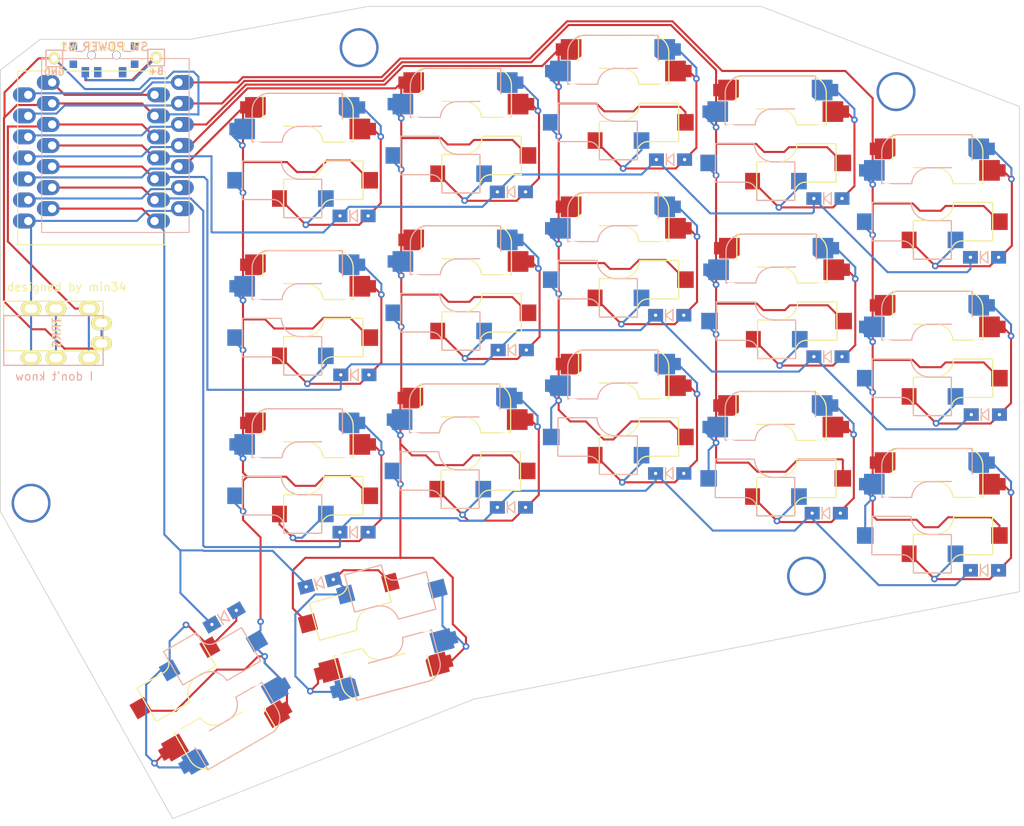
<source format=kicad_pcb>
(kicad_pcb (version 20211014) (generator pcbnew)
  (layers (0 "F.Cu" signal) (31 "B.Cu" signal) (34 "B.Paste" user) (35 "F.Paste" user) (36 "B.SilkS" user "B.Silkscreen") (37 "F.SilkS" user "F.Silkscreen") (38 "B.Mask" user) (39 "F.Mask" user) (44 "Edge.Cuts" user))
  (net 0 "")
  (net 1 "row1")
  (net 2 "Net-(D1-Pad2)")
  (net 3 "Net-(D2-Pad2)")
  (net 4 "Net-(D3-Pad2)")
  (net 5 "Net-(D4-Pad2)")
  (net 6 "Net-(D5-Pad2)")
  (net 7 "row2")
  (net 8 "Net-(D6-Pad2)")
  (net 9 "Net-(D7-Pad2)")
  (net 10 "Net-(D8-Pad2)")
  (net 11 "Net-(D9-Pad2)")
  (net 12 "Net-(D10-Pad2)")
  (net 13 "row3")
  (net 14 "Net-(D11-Pad2)")
  (net 15 "Net-(D12-Pad2)")
  (net 16 "Net-(D13-Pad2)")
  (net 17 "Net-(D14-Pad2)")
  (net 18 "Net-(D15-Pad2)")
  (net 19 "row4")
  (net 20 "Net-(D16-Pad2)")
  (net 21 "Net-(D17-Pad2)")
  (net 22 "col1")
  (net 23 "col2")
  (net 24 "col3")
  (net 25 "col4")
  (net 26 "col5")
  (net 27 "unconnected-(U1-Pad6)")
  (net 28 "DATA")
  (net 29 "VCC")
  (net 30 "GND")
  (net 31 "unconnected-(U1-Pad14)")
  (net 32 "unconnected-(J1-Pad2)")
  (net 33 "Net-(HB+1-Pad1)")
  (net 36 "Net-(SW_POWER_B1-Pad2)")
  (footprint "Kicad-Footprints-main:SPDT_C128955" (layer "F.Cu") (at 102.5 58.2)
    (fp_text reference "SW_POWER_B1")
    (fp_text value "SW_DPDT_x2")
  )
  (footprint "SofleKeyboard-footprint:Diode_SOD123" (layer "F.Cu") (at 208.781206 82.62)
    (fp_text reference "D5" hide)
    (fp_text value "1N4148W" hide)
  )
  (footprint "SofleKeyboard-footprint:Diode_SOD123" (layer "F.Cu") (at 132.681206 77.62)
    (fp_text reference "D1" hide)
    (fp_text value "1N4148W" hide)
  )
  (footprint "SofleKeyboard-footprint:CherryMX_KailhLowProfile_Hotswap" (layer "F.Cu") (at 183.581206 67.52)
    (fp_text reference "SW4" hide)
    (fp_text value "SW_Push" hide)
  )
  (footprint "SofleKeyboard-footprint:CherryMX_KailhLowProfile_Hotswap" (layer "F.Cu") (at 115.8 136.215 -150)
    (fp_text reference "SW16" hide)
    (fp_text value "SW_Push" hide)
  )
  (footprint "xiao:xiao-ble-tht" (layer "F.Cu") (at 100.981206 70.62)
    (fp_text reference "U1" hide)
    (fp_text value "Seeed XIAO BLE nRF52840" hide)
  )
  (footprint "SofleKeyboard-footprint:Diode_SOD123" (layer "F.Cu") (at 189.881206 75.52)
    (fp_text reference "D4" hide)
    (fp_text value "1N4148W" hide)
  )
  (footprint "SofleKeyboard-footprint:Diode_SOD123" (layer "F.Cu") (at 151.681206 74.72)
    (fp_text reference "D2" hide)
    (fp_text value "1N4148W" hide)
  )
  (footprint "SofleKeyboard-footprint:Diode_SOD123" (layer "F.Cu") (at 208.881206 101.62)
    (fp_text reference "D10" hide)
    (fp_text value "1N4148W" hide)
  )
  (footprint "SofleKeyboard-footprint:CherryMX_KailhLowProfile_Hotswap" (layer "F.Cu") (at 135.9 128.315 -165)
    (fp_text reference "SW17" hide)
    (fp_text value "SW_Push" hide)
  )
  (footprint "SofleKeyboard-footprint:CherryMX_KailhLowProfile_Hotswap" (layer "F.Cu") (at 183.681206 86.62)
    (fp_text reference "SW9" hide)
    (fp_text value "SW_Push" hide)
  )
  (footprint "Kicad-Footprints-main:SPDT_C128955" (layer "F.Cu") (at 102.5 58.2)
    (fp_text reference "SW_POWER_F1")
    (fp_text value "SW_DPDT_x2")
  )
  (footprint "SofleKeyboard-footprint:Diode_SOD123" (layer "F.Cu") (at 151.781206 93.82)
    (fp_text reference "D7" hide)
    (fp_text value "1N4148W" hide)
  )
  (footprint "SofleKeyboard-footprint:Diode_SOD123" (layer "F.Cu") (at 132.781206 96.82)
    (fp_text reference "D6" hide)
    (fp_text value "1N4148W" hide)
  )
  (footprint "SofleKeyboard-footprint:Diode_SOD123" (layer "F.Cu") (at 170.781206 108.72)
    (fp_text reference "D13" hide)
    (fp_text value "1N4148W" hide)
  )
  (footprint "SofleKeyboard-footprint:HOLE_M2_TH" (layer "F.Cu") (at 93.7 112.315)
    (fp_text reference "H2" hide)
    (fp_text value "MountingHole" hide)
  )
  (footprint "SofleKeyboard-footprint:CherryMX_KailhLowProfile_Hotswap" (layer "F.Cu") (at 183.581206 105.62)
    (fp_text reference "SW14" hide)
    (fp_text value "SW_Push" hide)
  )
  (footprint "SofleKeyboard-footprint:CherryMX_KailhLowProfile_Hotswap" (layer "F.Cu") (at 145.581206 66.62)
    (fp_text reference "SW2" hide)
    (fp_text value "SW_Push" hide)
  )
  (footprint "SofleKeyboard-footprint:HOLE_M2_TH" (layer "F.Cu") (at 187.3 121.115)
    (fp_text reference "H5" hide)
    (fp_text value "MountingHole" hide)
  )
  (footprint "SofleKeyboard-footprint:HOLE_M2_TH" (layer "F.Cu") (at 133.3 57.3)
    (fp_text reference "H3" hide)
    (fp_text value "MountingHole" hide)
  )
  (footprint "SofleKeyboard-footprint:CherryMX_KailhLowProfile_Hotswap" (layer "F.Cu") (at 164.581206 100.62)
    (fp_text reference "SW13" hide)
    (fp_text value "SW_Push" hide)
  )
  (footprint "SofleKeyboard-footprint:CherryMX_KailhLowProfile_Hotswap" (layer "F.Cu") (at 202.481206 112.52)
    (fp_text reference "SW15" hide)
    (fp_text value "SW_Push" hide)
  )
  (footprint "SofleKeyboard-footprint:CherryMX_KailhLowProfile_Hotswap" (layer "F.Cu") (at 202.481206 74.62)
    (fp_text reference "SW5" hide)
    (fp_text value "SW_Push" hide)
  )
  (footprint "SofleKeyboard-footprint:CherryMX_KailhLowProfile_Hotswap" (layer "F.Cu") (at 126.481206 69.62)
    (fp_text reference "SW1" hide)
    (fp_text value "SW_Push" hide)
  )
  (footprint "SofleKeyboard-footprint:Diode_SOD123" (layer "F.Cu") (at 128.542074 121.975008 15)
    (fp_text reference "D17" hide)
    (fp_text value "1N4148W" hide)
  )
  (footprint "SofleKeyboard-footprint:CherryMX_KailhLowProfile_Hotswap" (layer "F.Cu") (at 164.581206 62.62)
    (fp_text reference "SW3" hide)
    (fp_text value "SW_Push" hide)
  )
  (footprint "SofleKeyboard-footprint:Diode_SOD123" (layer "F.Cu") (at 117 126.115 30)
    (fp_text reference "D16" hide)
    (fp_text value "1N4148W" hide)
  )
  (footprint "SofleKeyboard-footprint:HOLE_M2_TH" (layer "F.Cu") (at 198.1 62.615)
    (fp_text reference "H1" hide)
    (fp_text value "MountingHole" hide)
  )
  (footprint "SofleKeyboard-footprint:MJ-4PP-9" (layer "F.Cu") (at 90.4 90.915 90)
    (fp_text reference "J1")
    (fp_text value "MJ-4PP-9" hide)
  )
  (footprint "SofleKeyboard-footprint:CherryMX_KailhLowProfile_Hotswap" (layer "F.Cu") (at 126.481206 88.62)
    (fp_text reference "SW6" hide)
    (fp_text value "SW_Push" hide)
  )
  (footprint "kbd:1pin_conn" (layer "F.Cu") (at 108.8 58.5)
    (fp_text reference "B+")
    (fp_text value "MountingHole_Pad" hide)
  )
  (footprint "SofleKeyboard-footprint:CherryMX_KailhLowProfile_Hotswap" (layer "F.Cu") (at 164.581206 81.62)
    (fp_text reference "SW8" hide)
    (fp_text value "SW_Push" hide)
  )
  (footprint "SofleKeyboard-footprint:Diode_SOD123" (layer "F.Cu") (at 189.681206 113.52)
    (fp_text reference "D14" hide)
    (fp_text value "1N4148W" hide)
  )
  (footprint "SofleKeyboard-footprint:Diode_SOD123" (layer "F.Cu") (at 170.881206 70.82)
    (fp_text reference "D3" hide)
    (fp_text value "1N4148W" hide)
  )
  (footprint "SofleKeyboard-footprint:Diode_SOD123" (layer "F.Cu") (at 132.681206 115.82)
    (fp_text reference "D11" hide)
    (fp_text value "1N4148W" hide)
  )
  (footprint "SofleKeyboard-footprint:Diode_SOD123" (layer "F.Cu") (at 170.781206 89.62)
    (fp_text reference "D8" hide)
    (fp_text value "1N4148W" hide)
  )
  (footprint "SofleKeyboard-footprint:CherryMX_KailhLowProfile_Hotswap" (layer "F.Cu") (at 145.481206 104.72)
    (fp_text reference "SW12" hide)
    (fp_text value "SW_Push" hide)
  )
  (footprint "kbd:1pin_conn" (layer "F.Cu") (at 96.5 58.6)
    (fp_text reference "GND")
    (fp_text value "MountingHole_Pad" hide)
  )
  (footprint "SofleKeyboard-footprint:CherryMX_KailhLowProfile_Hotswap" (layer "F.Cu") (at 145.581206 85.62)
    (fp_text reference "SW7" hide)
    (fp_text value "SW_Push" hide)
  )
  (footprint "SofleKeyboard-footprint:CherryMX_KailhLowProfile_Hotswap" (layer "F.Cu") (at 126.481206 107.72)
    (fp_text reference "SW11" hide)
    (fp_text value "SW_Push" hide)
  )
  (footprint "SofleKeyboard-footprint:Diode_SOD123" (layer "F.Cu") (at 151.681206 112.82)
    (fp_text reference "D12" hide)
    (fp_text value "1N4148W" hide)
  )
  (footprint "SofleKeyboard-footprint:Diode_SOD123" (layer "F.Cu") (at 208.781206 120.42)
    (fp_text reference "D15" hide)
    (fp_text value "1N4148W" hide)
  )
  (footprint "SofleKeyboard-footprint:Diode_SOD123" (layer "F.Cu") (at 189.881206 94.62)
    (fp_text reference "D9" hide)
    (fp_text value "1N4148W" hide)
  )
  (footprint "SofleKeyboard-footprint:CherryMX_KailhLowProfile_Hotswap" (layer "F.Cu") (at 202.481206 93.52)
    (fp_text reference "SW10" hide)
    (fp_text value "SW_Push" hide)
  )
  (gr_line (start 181.8 52.315) (end 134.4 52.315) (layer "Edge.Cuts") (width 0.1))
  (gr_line (start 110.8 150.415) (end 90 113.315) (layer "Edge.Cuts") (width 0.1))
  (gr_line (start 147.1 136) (end 213 123) (layer "Edge.Cuts") (width 0.1))
  (gr_line (start 90 60.015) (end 94.8 56.3) (layer "Edge.Cuts") (width 0.1))
  (gr_line (start 94.8 56.3) (end 112.9 56.3) (layer "Edge.Cuts") (width 0.1))
  (gr_line (start 181.8 52.315) (end 213 64.415) (layer "Edge.Cuts") (width 0.1))
  (gr_line (start 112.9 56.3) (end 134.4 52.315) (layer "Edge.Cuts") (width 0.1))
  (gr_line (start 213 123) (end 213 64.415) (layer "Edge.Cuts") (width 0.1))
  (gr_line (start 147.1 136) (end 110.8 150.415) (layer "Edge.Cuts") (width 0.1))
  (gr_line (start 90 60.015) (end 90 113.315) (layer "Edge.Cuts") (width 0.1))
  (gr_text "I don't know" (at 96.5 97) (layer "B.SilkS") (effects (font (size 1 1)) (justify mirror)))
  (gr_text "designed by min34" (at 98 86.215) (layer "F.SilkS") (effects (font (size 1 1))))
  (segment (start 107.101206 69.12) (end 108.601206 70.62) (width 0.25) (layer "F.Cu") (net 1))
  (segment (start 96.251206 69.12) (end 107.101206 69.12) (width 0.25) (layer "F.Cu") (net 1))
  (segment (start 187.981206 77.32) (end 188.181206 77.12) (width 0.25) (layer "B.Cu") (net 1))
  (segment (start 115.581206 79.62) (end 128.981206 79.62) (width 0.25) (layer "B.Cu") (net 1))
  (segment (start 206.681206 84.42) (end 207.081206 84.02) (width 0.25) (layer "B.Cu") (net 1))
  (segment (start 115.481206 79.52) (end 115.581206 79.62) (width 0.25) (layer "B.Cu") (net 1))
  (segment (start 130.981206 77.62) (end 132.081206 76.52) (width 0.25) (layer "B.Cu") (net 1))
  (segment (start 108.601206 70.62) (end 108.801206 70.42) (width 0.25) (layer "B.Cu") (net 1))
  (segment (start 115.481206 70.42) (end 115.481206 79.52) (width 0.25) (layer "B.Cu") (net 1))
  (segment (start 169.181206 70.82) (end 175.681206 77.32) (width 0.25) (layer "B.Cu") (net 1))
  (segment (start 175.681206 77.32) (end 187.981206 77.32) (width 0.25) (layer "B.Cu") (net 1))
  (segment (start 152.081206 72.62) (end 167.381206 72.62) (width 0.25) (layer "B.Cu") (net 1))
  (segment (start 149.981206 74.72) (end 152.081206 72.62) (width 0.25) (layer "B.Cu") (net 1))
  (segment (start 197.081206 84.42) (end 206.681206 84.42) (width 0.25) (layer "B.Cu") (net 1))
  (segment (start 188.181206 75.52) (end 197.081206 84.42) (width 0.25) (layer "B.Cu") (net 1))
  (segment (start 108.801206 70.42) (end 115.481206 70.42) (width 0.25) (layer "B.Cu") (net 1))
  (segment (start 128.981206 79.62) (end 130.981206 77.62) (width 0.25) (layer "B.Cu") (net 1))
  (segment (start 132.081206 76.52) (end 148.181206 76.52) (width 0.25) (layer "B.Cu") (net 1))
  (segment (start 188.181206 77.12) (end 188.181206 75.52) (width 0.25) (layer "B.Cu") (net 1))
  (segment (start 148.181206 76.52) (end 149.981206 74.72) (width 0.25) (layer "B.Cu") (net 1))
  (segment (start 207.081206 84.02) (end 207.081206 82.62) (width 0.25) (layer "B.Cu") (net 1))
  (segment (start 167.381206 72.62) (end 169.181206 70.82) (width 0.25) (layer "B.Cu") (net 1))
  (segment (start 126.856206 78.695) (end 133.306206 78.695) (width 0.25) (layer "F.Cu") (net 2))
  (segment (start 135.906206 68.045) (end 135.906206 76.095) (width 0.25) (layer "F.Cu") (net 2))
  (segment (start 133.306206 78.695) (end 134.381206 77.62) (width 0.25) (layer "F.Cu") (net 2))
  (segment (start 135.906206 76.095) (end 134.381206 77.62) (width 0.25) (layer "F.Cu") (net 2))
  (segment (start 134.981206 67.12) (end 135.906206 68.045) (width 0.25) (layer "F.Cu") (net 2))
  (segment (start 123.681206 75.52) (end 126.856206 78.695) (width 0.25) (layer "F.Cu") (net 2))
  (via (at 126.856206 78.695) (size 0.8) (drill 0.4) (layers "F.Cu" "B.Cu") (net 2))
  (via (at 135.906206 68.045) (size 0.8) (drill 0.4) (layers "F.Cu" "B.Cu") (net 2))
  (segment (start 129.281206 75.52) (end 129.281206 76.27) (width 0.25) (layer "B.Cu") (net 2))
  (segment (start 135.906206 66.745) (end 135.906206 68.045) (width 0.25) (layer "B.Cu") (net 2))
  (segment (start 129.281206 76.27) (end 126.856206 78.695) (width 0.25) (layer "B.Cu") (net 2))
  (segment (start 133.681206 64.52) (end 135.906206 66.745) (width 0.25) (layer "B.Cu") (net 2))
  (segment (start 152.306206 75.795) (end 153.381206 74.72) (width 0.25) (layer "F.Cu") (net 3))
  (segment (start 142.781206 72.52) (end 146.031206 75.77) (width 0.25) (layer "F.Cu") (net 3))
  (segment (start 154.881206 64.92) (end 155.006206 65.045) (width 0.25) (layer "F.Cu") (net 3))
  (segment (start 155.006206 65.045) (end 155.006206 73.095) (width 0.25) (layer "F.Cu") (net 3))
  (segment (start 154.081206 64.12) (end 154.881206 64.92) (width 0.25) (layer "F.Cu") (net 3))
  (segment (start 146.031206 75.77) (end 146.056206 75.795) (width 0.25) (layer "F.Cu") (net 3))
  (segment (start 146.056206 75.795) (end 152.306206 75.795) (width 0.25) (layer "F.Cu") (net 3))
  (segment (start 155.006206 73.095) (end 153.381206 74.72) (width 0.25) (layer "F.Cu") (net 3))
  (via (at 154.881206 64.92) (size 0.8) (drill 0.4) (layers "F.Cu" "B.Cu") (net 3))
  (via (at 146.031206 75.77) (size 0.8) (drill 0.4) (layers "F.Cu" "B.Cu") (net 3))
  (segment (start 148.381206 73.42) (end 148.381206 72.52) (width 0.25) (layer "B.Cu") (net 3))
  (segment (start 146.031206 75.77) (end 148.381206 73.42) (width 0.25) (layer "B.Cu") (net 3))
  (segment (start 154.881206 63.62) (end 154.881206 64.92) (width 0.25) (layer "B.Cu") (net 3))
  (segment (start 152.781206 61.52) (end 154.881206 63.62) (width 0.25) (layer "B.Cu") (net 3))
  (segment (start 173.081206 60.12) (end 174.006206 61.045) (width 0.25) (layer "F.Cu") (net 4))
  (segment (start 174.006206 69.395) (end 172.581206 70.82) (width 0.25) (layer "F.Cu") (net 4))
  (segment (start 171.506206 71.895) (end 172.581206 70.82) (width 0.25) (layer "F.Cu") (net 4))
  (segment (start 161.781206 68.52) (end 165.156206 71.895) (width 0.25) (layer "F.Cu") (net 4))
  (segment (start 174.006206 61.045) (end 174.006206 69.395) (width 0.25) (layer "F.Cu") (net 4))
  (segment (start 165.156206 71.895) (end 171.506206 71.895) (width 0.25) (layer "F.Cu") (net 4))
  (via (at 174.006206 61.045) (size 0.8) (drill 0.4) (layers "F.Cu" "B.Cu") (net 4))
  (via (at 165.156206 71.895) (size 0.8) (drill 0.4) (layers "F.Cu" "B.Cu") (net 4))
  (segment (start 167.381206 69.67) (end 167.381206 68.52) (width 0.25) (layer "B.Cu") (net 4))
  (segment (start 174.006206 59.745) (end 174.006206 61.045) (width 0.25) (layer "B.Cu") (net 4))
  (segment (start 165.156206 71.895) (end 167.381206 69.67) (width 0.25) (layer "B.Cu") (net 4))
  (segment (start 171.781206 57.52) (end 174.006206 59.745) (width 0.25) (layer "B.Cu") (net 4))
  (segment (start 180.781206 73.42) (end 183.956206 76.595) (width 0.25) (layer "F.Cu") (net 5))
  (segment (start 193.081206 74.02) (end 191.581206 75.52) (width 0.25) (layer "F.Cu") (net 5))
  (segment (start 190.506206 76.595) (end 191.581206 75.52) (width 0.25) (layer "F.Cu") (net 5))
  (segment (start 192.081206 65.02) (end 193.081206 66.02) (width 0.25) (layer "F.Cu") (net 5))
  (segment (start 193.081206 66.02) (end 193.081206 74.02) (width 0.25) (layer "F.Cu") (net 5))
  (segment (start 183.956206 76.595) (end 190.506206 76.595) (width 0.25) (layer "F.Cu") (net 5))
  (via (at 193.081206 66.02) (size 0.8) (drill 0.4) (layers "F.Cu" "B.Cu") (net 5))
  (via (at 183.956206 76.595) (size 0.8) (drill 0.4) (layers "F.Cu" "B.Cu") (net 5))
  (segment (start 190.781206 62.42) (end 193.081206 64.72) (width 0.25) (layer "B.Cu") (net 5))
  (segment (start 183.956206 76.595) (end 186.381206 74.17) (width 0.25) (layer "B.Cu") (net 5))
  (segment (start 193.081206 64.72) (end 193.081206 66.02) (width 0.25) (layer "B.Cu") (net 5))
  (segment (start 186.381206 74.17) (end 186.381206 73.42) (width 0.25) (layer "B.Cu") (net 5))
  (segment (start 212.081206 73.22) (end 212.081206 81.22) (width 0.25) (layer "F.Cu") (net 6))
  (segment (start 202.831206 83.67) (end 202.856206 83.695) (width 0.25) (layer "F.Cu") (net 6))
  (segment (start 212.031206 73.17) (end 212.081206 73.22) (width 0.25) (layer "F.Cu") (net 6))
  (segment (start 210.981206 72.12) (end 212.031206 73.17) (width 0.25) (layer "F.Cu") (net 6))
  (segment (start 212.081206 81.22) (end 210.681206 82.62) (width 0.25) (layer "F.Cu") (net 6))
  (segment (start 199.681206 80.52) (end 202.831206 83.67) (width 0.25) (layer "F.Cu") (net 6))
  (segment (start 209.406206 83.695) (end 210.481206 82.62) (width 0.25) (layer "F.Cu") (net 6))
  (segment (start 210.681206 82.62) (end 210.481206 82.62) (width 0.25) (layer "F.Cu") (net 6))
  (segment (start 202.856206 83.695) (end 209.406206 83.695) (width 0.25) (layer "F.Cu") (net 6))
  (via (at 202.831206 83.67) (size 0.8) (drill 0.4) (layers "F.Cu" "B.Cu") (net 6))
  (via (at 212.031206 73.17) (size 0.8) (drill 0.4) (layers "F.Cu" "B.Cu") (net 6))
  (segment (start 205.281206 81.22) (end 205.281206 80.52) (width 0.25) (layer "B.Cu") (net 6))
  (segment (start 202.831206 83.67) (end 205.281206 81.22) (width 0.25) (layer "B.Cu") (net 6))
  (segment (start 212.031206 71.87) (end 212.031206 73.17) (width 0.25) (layer "B.Cu") (net 6))
  (segment (start 209.681206 69.52) (end 212.031206 71.87) (width 0.25) (layer "B.Cu") (net 6))
  (segment (start 96.251206 71.66) (end 107.101206 71.66) (width 0.25) (layer "F.Cu") (net 7))
  (segment (start 107.101206 71.66) (end 108.601206 73.16) (width 0.25) (layer "F.Cu") (net 7))
  (segment (start 205.406206 103.395) (end 196.956206 103.395) (width 0.25) (layer "B.Cu") (net 7))
  (segment (start 114.581206 72.92) (end 114.981206 73.32) (width 0.25) (layer "B.Cu") (net 7))
  (segment (start 150.081206 93.82) (end 152.481206 91.42) (width 0.25) (layer "B.Cu") (net 7))
  (segment (start 114.981206 98.62) (end 130.98 98.62) (width 0.25) (layer "B.Cu") (net 7))
  (segment (start 148.356206 95.545) (end 150.081206 93.82) (width 0.25) (layer "B.Cu") (net 7))
  (segment (start 108.601206 73.16) (end 108.841206 72.92) (width 0.25) (layer "B.Cu") (net 7))
  (segment (start 207.181206 101.62) (end 205.406206 103.395) (width 0.25) (layer "B.Cu") (net 7))
  (segment (start 108.841206 72.92) (end 114.581206 72.92) (width 0.25) (layer "B.Cu") (net 7))
  (segment (start 175.881206 96.42) (end 169.081206 89.62) (width 0.25) (layer "B.Cu") (net 7))
  (segment (start 132.356206 95.545) (end 148.356206 95.545) (width 0.25) (layer "B.Cu") (net 7))
  (segment (start 114.981206 73.32) (end 114.981206 98.62) (width 0.25) (layer "B.Cu") (net 7))
  (segment (start 188.181206 94.62) (end 186.381206 96.42) (width 0.25) (layer "B.Cu") (net 7))
  (segment (start 130.98 98.62) (end 131.081206 98.518794) (width 0.25) (layer "B.Cu") (net 7))
  (segment (start 152.481206 91.42) (end 167.281206 91.42) (width 0.25) (layer "B.Cu") (net 7))
  (segment (start 131.081206 98.518794) (end 131.081206 96.82) (width 0.25) (layer "B.Cu") (net 7))
  (segment (start 167.281206 91.42) (end 169.081206 89.62) (width 0.25) (layer "B.Cu") (net 7))
  (segment (start 131.081206 96.82) (end 132.356206 95.545) (width 0.25) (layer "B.Cu") (net 7))
  (segment (start 186.381206 96.42) (end 175.881206 96.42) (width 0.25) (layer "B.Cu") (net 7))
  (segment (start 196.956206 103.395) (end 188.181206 94.62) (width 0.25) (layer "B.Cu") (net 7))
  (segment (start 135.981206 87.12) (end 135.981206 95.32) (width 0.25) (layer "F.Cu") (net 8))
  (segment (start 134.981206 86.12) (end 135.981206 87.12) (width 0.25) (layer "F.Cu") (net 8))
  (segment (start 123.681206 94.52) (end 127.056206 97.895) (width 0.25) (layer "F.Cu") (net 8))
  (segment (start 127.056206 97.895) (end 133.406206 97.895) (width 0.25) (layer "F.Cu") (net 8))
  (segment (start 135.981206 95.32) (end 134.481206 96.82) (width 0.25) (layer "F.Cu") (net 8))
  (segment (start 133.406206 97.895) (end 134.481206 96.82) (width 0.25) (layer "F.Cu") (net 8))
  (via (at 127.056206 97.895) (size 0.8) (drill 0.4) (layers "F.Cu" "B.Cu") (net 8))
  (via (at 135.981206 87.12) (size 0.8) (drill 0.4) (layers "F.Cu" "B.Cu") (net 8))
  (segment (start 127.056206 97.895) (end 129.281206 95.67) (width 0.25) (layer "B.Cu") (net 8))
  (segment (start 133.681206 83.52) (end 135.981206 85.82) (width 0.25) (layer "B.Cu") (net 8))
  (segment (start 129.281206 95.67) (end 129.281206 94.52) (width 0.25) (layer "B.Cu") (net 8))
  (segment (start 135.981206 85.82) (end 135.981206 87.12) (width 0.25) (layer "B.Cu") (net 8))
  (segment (start 154.931206 83.97) (end 155.081206 84.12) (width 0.25) (layer "F.Cu") (net 9))
  (segment (start 155.081206 92.22) (end 153.481206 93.82) (width 0.25) (layer "F.Cu") (net 9))
  (segment (start 155.081206 84.12) (end 155.081206 92.22) (width 0.25) (layer "F.Cu") (net 9))
  (segment (start 142.781206 91.52) (end 146.081206 94.82) (width 0.25) (layer "F.Cu") (net 9))
  (segment (start 146.156206 94.895) (end 152.406206 94.895) (width 0.25) (layer "F.Cu") (net 9))
  (segment (start 154.081206 83.12) (end 154.931206 83.97) (width 0.25) (layer "F.Cu") (net 9))
  (segment (start 146.081206 94.82) (end 146.156206 94.895) (width 0.25) (layer "F.Cu") (net 9))
  (segment (start 152.406206 94.895) (end 153.481206 93.82) (width 0.25) (layer "F.Cu") (net 9))
  (via (at 146.081206 94.82) (size 0.8) (drill 0.4) (layers "F.Cu" "B.Cu") (net 9))
  (via (at 154.931206 83.97) (size 0.8) (drill 0.4) (layers "F.Cu" "B.Cu") (net 9))
  (segment (start 146.081206 94.82) (end 148.381206 92.52) (width 0.25) (layer "B.Cu") (net 9))
  (segment (start 148.381206 92.52) (end 148.381206 91.52) (width 0.25) (layer "B.Cu") (net 9))
  (segment (start 154.931206 82.67) (end 154.931206 83.97) (width 0.25) (layer "B.Cu") (net 9))
  (segment (start 152.781206 80.52) (end 154.931206 82.67) (width 0.25) (layer "B.Cu") (net 9))
  (segment (start 173.081206 79.12) (end 174.081206 80.12) (width 0.25) (layer "F.Cu") (net 10))
  (segment (start 174.081206 80.12) (end 174.081206 88.02) (width 0.25) (layer "F.Cu") (net 10))
  (segment (start 171.406206 90.695) (end 172.481206 89.62) (width 0.25) (layer "F.Cu") (net 10))
  (segment (start 164.956206 90.695) (end 171.406206 90.695) (width 0.25) (layer "F.Cu") (net 10))
  (segment (start 161.781206 87.52) (end 164.956206 90.695) (width 0.25) (layer "F.Cu") (net 10))
  (segment (start 174.081206 88.02) (end 172.481206 89.62) (width 0.25) (layer "F.Cu") (net 10))
  (via (at 174.081206 80.12) (size 0.8) (drill 0.4) (layers "F.Cu" "B.Cu") (net 10))
  (via (at 164.956206 90.695) (size 0.8) (drill 0.4) (layers "F.Cu" "B.Cu") (net 10))
  (segment (start 174.081206 78.82) (end 174.081206 80.12) (width 0.25) (layer "B.Cu") (net 10))
  (segment (start 171.781206 76.52) (end 174.081206 78.82) (width 0.25) (layer "B.Cu") (net 10))
  (segment (start 167.381206 88.27) (end 167.381206 87.52) (width 0.25) (layer "B.Cu") (net 10))
  (segment (start 164.956206 90.695) (end 167.381206 88.27) (width 0.25) (layer "B.Cu") (net 10))
  (segment (start 192.181206 84.12) (end 193.181206 85.12) (width 0.25) (layer "F.Cu") (net 11))
  (segment (start 193.181206 93.22) (end 191.781206 94.62) (width 0.25) (layer "F.Cu") (net 11))
  (segment (start 193.181206 85.12) (end 193.181206 85.22) (width 0.25) (layer "F.Cu") (net 11))
  (segment (start 184.056206 95.695) (end 190.506206 95.695) (width 0.25) (layer "F.Cu") (net 11))
  (segment (start 191.781206 94.62) (end 191.581206 94.62) (width 0.25) (layer "F.Cu") (net 11))
  (segment (start 180.881206 92.52) (end 184.056206 95.695) (width 0.25) (layer "F.Cu") (net 11))
  (segment (start 193.181206 85.22) (end 193.181206 93.22) (width 0.25) (layer "F.Cu") (net 11))
  (segment (start 190.506206 95.695) (end 191.581206 94.62) (width 0.25) (layer "F.Cu") (net 11))
  (via (at 193.181206 85.22) (size 0.8) (drill 0.4) (layers "F.Cu" "B.Cu") (net 11))
  (via (at 184.056206 95.695) (size 0.8) (drill 0.4) (layers "F.Cu" "B.Cu") (net 11))
  (segment (start 190.881206 81.52) (end 193.181206 83.82) (width 0.25) (layer "B.Cu") (net 11))
  (segment (start 193.181206 83.82) (end 193.181206 85.22) (width 0.25) (layer "B.Cu") (net 11))
  (segment (start 186.481206 93.27) (end 186.481206 92.52) (width 0.25) (layer "B.Cu") (net 11))
  (segment (start 184.056206 95.695) (end 186.481206 93.27) (width 0.25) (layer "B.Cu") (net 11))
  (segment (start 211.981206 100.22) (end 210.581206 101.62) (width 0.25) (layer "F.Cu") (net 12))
  (segment (start 202.956206 102.695) (end 209.506206 102.695) (width 0.25) (layer "F.Cu") (net 12))
  (segment (start 211.981206 92.02) (end 211.981206 92.12) (width 0.25) (layer "F.Cu") (net 12))
  (segment (start 211.981206 92.12) (end 211.981206 100.22) (width 0.25) (layer "F.Cu") (net 12))
  (segment (start 202.931206 102.67) (end 202.956206 102.695) (width 0.25) (layer "F.Cu") (net 12))
  (segment (start 199.681206 99.42) (end 202.931206 102.67) (width 0.25) (layer "F.Cu") (net 12))
  (segment (start 209.506206 102.695) (end 210.581206 101.62) (width 0.25) (layer "F.Cu") (net 12))
  (segment (start 210.981206 91.02) (end 211.981206 92.02) (width 0.25) (layer "F.Cu") (net 12))
  (via (at 202.931206 102.67) (size 0.8) (drill 0.4) (layers "F.Cu" "B.Cu") (net 12))
  (via (at 211.981206 92.12) (size 0.8) (drill 0.4) (layers "F.Cu" "B.Cu") (net 12))
  (segment (start 211.981206 90.72) (end 211.981206 92.12) (width 0.25) (layer "B.Cu") (net 12))
  (segment (start 209.681206 88.42) (end 211.981206 90.72) (width 0.25) (layer "B.Cu") (net 12))
  (segment (start 202.931206 102.67) (end 205.281206 100.32) (width 0.25) (layer "B.Cu") (net 12))
  (segment (start 205.281206 100.32) (end 205.281206 99.42) (width 0.25) (layer "B.Cu") (net 12))
  (segment (start 96.251206 74.2) (end 107.101206 74.2) (width 0.25) (layer "F.Cu") (net 13))
  (segment (start 107.101206 74.2) (end 108.601206 75.7) (width 0.25) (layer "F.Cu") (net 13))
  (segment (start 108.791928 75.509278) (end 112.970484 75.509278) (width 0.25) (layer "B.Cu") (net 13))
  (segment (start 130.881206 117.62) (end 130.981206 117.52) (width 0.25) (layer "B.Cu") (net 13))
  (segment (start 196.02 122.22) (end 187.981206 114.181206) (width 0.25) (layer "B.Cu") (net 13))
  (segment (start 207.081206 120.42) (end 205.281206 122.22) (width 0.25) (layer "B.Cu") (net 13))
  (segment (start 145.480901 114.445) (end 148.356206 114.445) (width 0.25) (layer "B.Cu") (net 13))
  (segment (start 205.281206 122.22) (end 196.02 122.22) (width 0.25) (layer "B.Cu") (net 13))
  (segment (start 114.481206 117.42) (end 114.681206 117.62) (width 0.25) (layer "B.Cu") (net 13))
  (segment (start 169.081206 109.62) (end 169.081206 108.72) (width 0.25) (layer "B.Cu") (net 13))
  (segment (start 149.981206 112.82) (end 151.981206 110.82) (width 0.25) (layer "B.Cu") (net 13))
  (segment (start 112.970484 75.509278) (end 114.481206 77.02) (width 0.25) (layer "B.Cu") (net 13))
  (segment (start 148.356206 114.445) (end 149.981206 112.82) (width 0.25) (layer "B.Cu") (net 13))
  (segment (start 130.981206 115.52) (end 132.368553 114.132653) (width 0.25) (layer "B.Cu") (net 13))
  (segment (start 175.981206 115.62) (end 169.081206 108.72) (width 0.25) (layer "B.Cu") (net 13))
  (segment (start 151.981206 110.82) (end 167.881206 110.82) (width 0.25) (layer "B.Cu") (net 13))
  (segment (start 108.601206 75.7) (end 108.791928 75.509278) (width 0.25) (layer "B.Cu") (net 13))
  (segment (start 130.981206 117.52) (end 130.981206 115.52) (width 0.25) (layer "B.Cu") (net 13))
  (segment (start 187.981206 113.52) (end 185.881206 115.62) (width 0.25) (layer "B.Cu") (net 13))
  (segment (start 114.681206 117.62) (end 130.881206 117.62) (width 0.25) (layer "B.Cu") (net 13))
  (segment (start 167.881206 110.82) (end 169.081206 109.62) (width 0.25) (layer "B.Cu") (net 13))
  (segment (start 145.168554 114.132653) (end 145.480901 114.445) (width 0.25) (layer "B.Cu") (net 13))
  (segment (start 185.881206 115.62) (end 175.981206 115.62) (width 0.25) (layer "B.Cu") (net 13))
  (segment (start 132.368553 114.132653) (end 145.168554 114.132653) (width 0.25) (layer "B.Cu") (net 13))
  (segment (start 187.981206 114.181206) (end 187.981206 113.52) (width 0.25) (layer "B.Cu") (net 13))
  (segment (start 114.481206 77.02) (end 114.481206 117.42) (width 0.25) (layer "B.Cu") (net 13))
  (segment (start 125.706206 116.895) (end 133.306206 116.895) (width 0.25) (layer "F.Cu") (net 14))
  (segment (start 123.681206 113.62) (end 123.681206 114.87) (width 0.25) (layer "F.Cu") (net 14))
  (segment (start 133.306206 116.895) (end 134.381206 115.82) (width 0.25) (layer "F.Cu") (net 14))
  (segment (start 125.306206 116.495) (end 125.706206 116.895) (width 0.25) (layer "F.Cu") (net 14))
  (segment (start 134.381206 115.82) (end 135.981206 114.22) (width 0.25) (layer "F.Cu") (net 14))
  (segment (start 135.981206 114.22) (end 135.981206 106.22) (width 0.25) (layer "F.Cu") (net 14))
  (segment (start 123.681206 114.87) (end 125.306206 116.495) (width 0.25) (layer "F.Cu") (net 14))
  (segment (start 134.981206 105.22) (end 135.981206 106.22) (width 0.25) (layer "F.Cu") (net 14))
  (via (at 135.981206 106.22) (size 0.8) (drill 0.4) (layers "F.Cu" "B.Cu") (net 14))
  (via (at 125.306206 116.495) (size 0.8) (drill 0.4) (layers "F.Cu" "B.Cu") (net 14))
  (segment (start 135.981206 104.92) (end 135.981206 106.22) (width 0.25) (layer "B.Cu") (net 14))
  (segment (start 125.306206 116.495) (end 126.406206 116.495) (width 0.25) (layer "B.Cu") (net 14))
  (segment (start 133.681206 102.62) (end 135.981206 104.92) (width 0.25) (layer "B.Cu") (net 14))
  (segment (start 126.406206 116.495) (end 129.281206 113.62) (width 0.25) (layer "B.Cu") (net 14))
  (segment (start 154.981206 111.32) (end 153.481206 112.82) (width 0.25) (layer "F.Cu") (net 15))
  (segment (start 151.781206 114.42) (end 153.381206 112.82) (width 0.25) (layer "F.Cu") (net 15))
  (segment (start 154.831206 103.07) (end 154.981206 103.22) (width 0.25) (layer "F.Cu") (net 15))
  (segment (start 142.681206 110.62) (end 145.781206 113.72) (width 0.25) (layer "F.Cu") (net 15))
  (segment (start 154.981206 103.22) (end 154.981206 111.32) (width 0.25) (layer "F.Cu") (net 15))
  (segment (start 146.481206 114.42) (end 151.781206 114.42) (width 0.25) (layer "F.Cu") (net 15))
  (segment (start 153.981206 102.22) (end 154.831206 103.07) (width 0.25) (layer "F.Cu") (net 15))
  (segment (start 153.481206 112.82) (end 153.381206 112.82) (width 0.25) (layer "F.Cu") (net 15))
  (segment (start 145.781206 113.72) (end 146.481206 114.42) (width 0.25) (layer "F.Cu") (net 15))
  (via (at 154.831206 103.07) (size 0.8) (drill 0.4) (layers "F.Cu" "B.Cu") (net 15))
  (via (at 145.781206 113.72) (size 0.8) (drill 0.4) (layers "F.Cu" "B.Cu") (net 15))
  (segment (start 152.681206 99.62) (end 154.831206 101.77) (width 0.25) (layer "B.Cu") (net 15))
  (segment (start 154.831206 101.77) (end 154.831206 103.07) (width 0.25) (layer "B.Cu") (net 15))
  (segment (start 145.781206 113.72) (end 148.281206 111.22) (width 0.25) (layer "B.Cu") (net 15))
  (segment (start 148.281206 111.22) (end 148.281206 110.62) (width 0.25) (layer "B.Cu") (net 15))
  (segment (start 171.406206 109.795) (end 172.481206 108.72) (width 0.25) (layer "F.Cu") (net 16))
  (segment (start 174.081206 99.12) (end 174.081206 107.12) (width 0.25) (layer "F.Cu") (net 16))
  (segment (start 161.781206 106.52) (end 165.056206 109.795) (width 0.25) (layer "F.Cu") (net 16))
  (segment (start 165.056206 109.795) (end 171.406206 109.795) (width 0.25) (layer "F.Cu") (net 16))
  (segment (start 173.081206 98.12) (end 174.081206 99.12) (width 0.25) (layer "F.Cu") (net 16))
  (segment (start 174.081206 107.12) (end 172.481206 108.72) (width 0.25) (layer "F.Cu") (net 16))
  (via (at 165.056206 109.795) (size 0.8) (drill 0.4) (layers "F.Cu" "B.Cu") (net 16))
  (via (at 174.081206 99.12) (size 0.8) (drill 0.4) (layers "F.Cu" "B.Cu") (net 16))
  (segment (start 171.781206 95.52) (end 174.081206 97.82) (width 0.25) (layer "B.Cu") (net 16))
  (segment (start 174.081206 97.82) (end 174.081206 99.12) (width 0.25) (layer "B.Cu") (net 16))
  (segment (start 167.381206 107.47) (end 167.381206 106.52) (width 0.25) (layer "B.Cu") (net 16))
  (segment (start 165.056206 109.795) (end 167.381206 107.47) (width 0.25) (layer "B.Cu") (net 16))
  (segment (start 190.306206 114.595) (end 191.381206 113.52) (width 0.25) (layer "F.Cu") (net 17))
  (segment (start 183.731206 114.47) (end 183.856206 114.595) (width 0.25) (layer "F.Cu") (net 17))
  (segment (start 192.981206 104.02) (end 193.006206 104.045) (width 0.25) (layer "F.Cu") (net 17))
  (segment (start 193.006206 111.695) (end 191.381206 113.32) (width 0.25) (layer "F.Cu") (net 17))
  (segment (start 183.856206 114.595) (end 190.306206 114.595) (width 0.25) (layer "F.Cu") (net 17))
  (segment (start 193.006206 104.045) (end 193.006206 111.695) (width 0.25) (layer "F.Cu") (net 17))
  (segment (start 180.781206 111.52) (end 183.731206 114.47) (width 0.25) (layer "F.Cu") (net 17))
  (segment (start 191.381206 113.32) (end 191.381206 113.52) (width 0.25) (layer "F.Cu") (net 17))
  (segment (start 192.081206 103.12) (end 192.981206 104.02) (width 0.25) (layer "F.Cu") (net 17))
  (via (at 192.981206 104.02) (size 0.8) (drill 0.4) (layers "F.Cu" "B.Cu") (net 17))
  (via (at 183.731206 114.47) (size 0.8) (drill 0.4) (layers "F.Cu" "B.Cu") (net 17))
  (segment (start 186.381206 111.82) (end 186.381206 111.52) (width 0.25) (layer "B.Cu") (net 17))
  (segment (start 190.781206 100.52) (end 192.981206 102.72) (width 0.25) (layer "B.Cu") (net 17))
  (segment (start 183.731206 114.47) (end 186.381206 111.82) (width 0.25) (layer "B.Cu") (net 17))
  (segment (start 192.981206 102.72) (end 192.981206 104.02) (width 0.25) (layer "B.Cu") (net 17))
  (segment (start 202.756206 121.495) (end 209.406206 121.495) (width 0.25) (layer "F.Cu") (net 18))
  (segment (start 211.981206 118.92) (end 210.481206 120.42) (width 0.25) (layer "F.Cu") (net 18))
  (segment (start 199.681206 118.42) (end 202.731206 121.47) (width 0.25) (layer "F.Cu") (net 18))
  (segment (start 210.981206 110.02) (end 211.981206 111.02) (width 0.25) (layer "F.Cu") (net 18))
  (segment (start 209.406206 121.495) (end 210.481206 120.42) (width 0.25) (layer "F.Cu") (net 18))
  (segment (start 202.731206 121.47) (end 202.756206 121.495) (width 0.25) (layer "F.Cu") (net 18))
  (segment (start 211.981206 111.02) (end 211.981206 118.92) (width 0.25) (layer "F.Cu") (net 18))
  (via (at 202.731206 121.47) (size 0.8) (drill 0.4) (layers "F.Cu" "B.Cu") (net 18))
  (via (at 211.981206 111.02) (size 0.8) (drill 0.4) (layers "F.Cu" "B.Cu") (net 18))
  (segment (start 205.281206 118.92) (end 205.281206 118.42) (width 0.25) (layer "B.Cu") (net 18))
  (segment (start 202.731206 121.47) (end 205.281206 118.92) (width 0.25) (layer "B.Cu") (net 18))
  (segment (start 211.981206 109.72) (end 211.981206 111.02) (width 0.25) (layer "B.Cu") (net 18))
  (segment (start 209.681206 107.42) (end 211.981206 109.72) (width 0.25) (layer "B.Cu") (net 18))
  (segment (start 96.251206 76.74) (end 107.101206 76.74) (width 0.25) (layer "F.Cu") (net 19))
  (segment (start 107.101206 76.74) (end 108.601206 78.24) (width 0.25) (layer "F.Cu") (net 19))
  (segment (start 109.781206 79.42) (end 109.781206 116.096206) (width 0.25) (layer "B.Cu") (net 19))
  (segment (start 114.49481 118.07) (end 122.855 118.07) (width 0.25) (layer "B.Cu") (net 19))
  (segment (start 108.601206 78.24) (end 109.781206 79.42) (width 0.25) (layer "B.Cu") (net 19))
  (segment (start 111.727757 123.165) (end 115.527757 126.965) (width 0.25) (layer "B.Cu") (net 19))
  (segment (start 111.727757 118.042757) (end 111.727757 123.165) (width 0.25) (layer "B.Cu") (net 19))
  (segment (start 109.781206 116.096206) (end 111.7 118.015) (width 0.25) (layer "B.Cu") (net 19))
  (segment (start 122.855 118.07) (end 127.1 122.315) (width 0.25) (layer "B.Cu") (net 19))
  (segment (start 111.7 118.015) (end 114.43981 118.015) (width 0.25) (layer "B.Cu") (net 19))
  (segment (start 111.7 118.015) (end 111.727757 118.042757) (width 0.25) (layer "B.Cu") (net 19))
  (segment (start 114.43981 118.015) (end 114.49481 118.07) (width 0.25) (layer "B.Cu") (net 19))
  (segment (start 112.4 127.015) (end 112.584421 127.015) (width 0.25) (layer "F.Cu") (net 20))
  (segment (start 118.472243 126.508078) (end 118.472243 125.265) (width 0.25) (layer "F.Cu") (net 20))
  (segment (start 108.603848 143.715) (end 109.688784 142.630064) (width 0.25) (layer "F.Cu") (net 20))
  (segment (start 112.584421 127.015) (end 115.274871 129.70545) (width 0.25) (layer "F.Cu") (net 20))
  (segment (start 108.6 143.715) (end 108.603848 143.715) (width 0.25) (layer "F.Cu") (net 20))
  (segment (start 115.274871 129.70545) (end 118.472243 126.508078) (width 0.25) (layer "F.Cu") (net 20))
  (via (at 108.6 143.715) (size 0.8) (drill 0.4) (layers "F.Cu" "B.Cu") (net 20))
  (via (at 112.4 127.015) (size 0.8) (drill 0.4) (layers "F.Cu" "B.Cu") (net 20))
  (segment (start 109.328163 132.50545) (end 110.425129 132.50545) (width 0.25) (layer "B.Cu") (net 20))
  (segment (start 108.6 143.715) (end 107.590902 142.705902) (width 0.25) (layer "B.Cu") (net 20))
  (segment (start 108.6 143.715) (end 109.11673 144.23173) (width 0.25) (layer "B.Cu") (net 20))
  (segment (start 110.425129 128.989871) (end 110.425129 132.50545) (width 0.25) (layer "B.Cu") (net 20))
  (segment (start 107.590902 142.705902) (end 107.590902 134.242711) (width 0.25) (layer "B.Cu") (net 20))
  (segment (start 112.4 127.015) (end 110.425129 128.989871) (width 0.25) (layer "B.Cu") (net 20))
  (segment (start 109.11673 144.23173) (end 112.114617 144.23173) (width 0.25) (layer "B.Cu") (net 20))
  (segment (start 107.590902 134.242711) (end 109.328163 132.50545) (width 0.25) (layer "B.Cu") (net 20))
  (segment (start 135.601216 120.415) (end 137.07756 121.891344) (width 0.25) (layer "F.Cu") (net 21))
  (segment (start 130.384148 121.435016) (end 131.404164 120.415) (width 0.25) (layer "F.Cu") (net 21))
  (segment (start 131.404164 120.415) (end 135.601216 120.415) (width 0.25) (layer "F.Cu") (net 21))
  (segment (start 128.336678 132.929776) (end 128.336678 134.078322) (width 0.25) (layer "F.Cu") (net 21))
  (segment (start 128.336678 134.078322) (end 127.4 135.015) (width 0.25) (layer "F.Cu") (net 21))
  (via (at 127.4 135.015) (size 0.8) (drill 0.4) (layers "F.Cu" "B.Cu") (net 21))
  (segment (start 127.4 135.015) (end 125.6 133.215) (width 0.25) (layer "B.Cu") (net 21))
  (segment (start 131.668375 122.719243) (end 130.384148 121.435016) (width 0.25) (layer "B.Cu") (net 21))
  (segment (start 127.489719 135.104719) (end 130.265311 135.104719) (width 0.25) (layer "B.Cu") (net 21))
  (segment (start 127.4 135.015) (end 127.489719 135.104719) (width 0.25) (layer "B.Cu") (net 21))
  (segment (start 125.6 133.215) (end 125.6 125.729576) (width 0.25) (layer "B.Cu") (net 21))
  (segment (start 125.6 125.729576) (end 127.988845 123.340731) (width 0.25) (layer "B.Cu") (net 21))
  (segment (start 127.988845 123.340731) (end 131.668375 123.340731) (width 0.25) (layer "B.Cu") (net 21))
  (segment (start 131.668375 123.340731) (end 131.668375 122.719243) (width 0.25) (layer "B.Cu") (net 21))
  (segment (start 125.784509 72.32) (end 124.584509 71.12) (width 0.25) (layer "F.Cu") (net 22))
  (segment (start 116.15 132.415) (end 119.5 132.415) (width 0.25) (layer "F.Cu") (net 22))
  (segment (start 119.281206 109.62) (end 119.781206 109.12) (width 0.25) (layer "F.Cu") (net 22))
  (segment (start 129.181208 109.045001) (end 128.006209 110.22) (width 0.25) (layer "F.Cu") (net 22))
  (segment (start 119.281206 113.318794) (end 119.281206 114.333794) (width 0.25) (layer "F.Cu") (net 22))
  (segment (start 119.781206 109.12) (end 119.281206 108.62) (width 0.25) (layer "F.Cu") (net 22))
  (segment (start 119.281206 93.82) (end 119.281206 102.62) (width 0.25) (layer "F.Cu") (net 22))
  (segment (start 124.585383 134.304231) (end 124.585383 137.03173) (width 0.25) (layer "F.Cu") (net 22))
  (segment (start 121.4 116.452588) (end 119.281206 114.333794) (width 0.25) (layer "F.Cu") (net 22))
  (segment (start 128.006209 110.22) (end 125.584509 110.22) (width 0.25) (layer "F.Cu") (net 22))
  (segment (start 119.281206 113.281206) (end 119.281206 109.62) (width 0.25) (layer "F.Cu") (net 22))
  (segment (start 121.1 130.815) (end 121.9 130.815) (width 0.25) (layer "F.Cu") (net 22))
  (segment (start 121.9 130.815) (end 121.9 131.618848) (width 0.25) (layer "F.Cu") (net 22))
  (segment (start 119.281206 64.52) (end 119.281206 69.018794) (width 0.25) (layer "F.Cu") (net 22))
  (segment (start 121.9 131.618848) (end 124.585383 134.304231) (width 0.25) (layer "F.Cu") (net 22))
  (segment (start 132.206207 109.045001) (end 129.181208 109.045001) (width 0.25) (layer "F.Cu") (net 22))
  (segment (start 127.706209 91.22) (end 123.056207 91.22) (width 0.25) (layer "F.Cu") (net 22))
  (segment (start 119.3 113.3) (end 119.281206 113.281206) (width 0.25) (layer "F.Cu") (net 22))
  (segment (start 123.056207 91.22) (end 121.956207 90.12) (width 0.25) (layer "F.Cu") (net 22))
  (segment (start 111.491206 71.66) (end 112.141206 71.66) (width 0.25) (layer "F.Cu") (net 22))
  (segment (start 134.581206 92.32) (end 132.206207 89.945001) (width 0.25) (layer "F.Cu") (net 22))
  (segment (start 124.484509 109.12) (end 119.781206 109.12) (width 0.25) (layer "F.Cu") (net 22))
  (segment (start 107.260195 137.385707) (end 111.179293 137.385707) (width 0.25) (layer "F.Cu") (net 22))
  (segment (start 106.935194 137.060706) (end 107.260195 137.385707) (width 0.25) (layer "F.Cu") (net 22))
  (segment (start 111.179293 137.385707) (end 116.15 132.415) (width 0.25) (layer "F.Cu") (net 22))
  (segment (start 119.281206 87.82) (end 119.281206 90.12) (width 0.25) (layer "F.Cu") (net 22))
  (segment (start 132.206207 70.945001) (end 129.381208 70.945001) (width 0.25) (layer "F.Cu") (net 22))
  (segment (start 112.141206 71.66) (end 119.281206 64.52) (width 0.25) (layer "F.Cu") (net 22))
  (segment (start 134.581206 73.32) (end 132.206207 70.945001) (width 0.25) (layer "F.Cu") (net 22))
  (segment (start 124.584509 71.12) (end 119.281206 71.12) (width 0.25) (layer "F.Cu") (net 22))
  (segment (start 119.281206 69.181206) (end 119.281206 74.82) (width 0.25) (layer "F.Cu") (net 22))
  (segment (start 129.381208 70.945001) (end 128.006209 72.32) (width 0.25) (layer "F.Cu") (net 22))
  (segment (start 134.581206 111.42) (end 132.206207 109.045001) (width 0.25) (layer "F.Cu") (net 22))
  (segment (start 119.281206 83.52) (end 119.281206 87.82) (width 0.25) (layer "F.Cu") (net 22))
  (segment (start 128.006209 72.32) (end 125.784509 72.32) (width 0.25) (layer "F.Cu") (net 22))
  (segment (start 121.4 126.615) (end 121.4 116.452588) (width 0.25) (layer "F.Cu") (net 22))
  (segment (start 125.584509 110.22) (end 124.484509 109.12) (width 0.25) (layer "F.Cu") (net 22))
  (segment (start 121.956207 90.12) (end 119.281206 90.12) (width 0.25) (layer "F.Cu") (net 22))
  (segment (start 119.281206 69.018794) (end 119.2 69.1) (width 0.25) (layer "F.Cu") (net 22))
  (segment (start 119.3 113.3) (end 119.281206 113.318794) (width 0.25) (layer "F.Cu") (net 22))
  (segment (start 119.281206 106.92) (end 119.281206 102.62) (width 0.25) (layer "F.Cu") (net 22))
  (segment (start 119.281206 108.62) (end 119.281206 106.92) (width 0.25) (layer "F.Cu") (net 22))
  (segment (start 132.206207 89.945001) (end 128.981208 89.945001) (width 0.25) (layer "F.Cu") (net 22))
  (segment (start 128.981208 89.945001) (end 127.706209 91.22) (width 0.25) (layer "F.Cu") (net 22))
  (segment (start 119.5 132.415) (end 121.1 130.815) (width 0.25) (layer "F.Cu") (net 22))
  (segment (start 119.2 69.1) (end 119.281206 69.181206) (width 0.25) (layer "F.Cu") (net 22))
  (segment (start 119.281206 74.82) (end 119.281206 83.52) (width 0.25) (layer "F.Cu") (net 22))
  (segment (start 119.281206 90.12) (end 119.281206 93.82) (width 0.25) (layer "F.Cu") (net 22))
  (via (at 121.4 126.615) (size 0.8) (drill 0.4) (layers "F.Cu" "B.Cu") (net 22))
  (via (at 121.9 130.815) (size 0.8) (drill 0.4) (layers "F.Cu" "B.Cu") (net 22))
  (via (at 119.281206 74.82) (size 0.8) (drill 0.4) (layers "F.Cu" "B.Cu") (net 22))
  (via (at 119.281206 106.92) (size 0.8) (drill 0.4) (layers "F.Cu" "B.Cu") (net 22))
  (via (at 119.2 69.1) (size 0.8) (drill 0.4) (layers "F.Cu" "B.Cu") (net 22))
  (via (at 119.281206 93.82) (size 0.8) (drill 0.4) (layers "F.Cu" "B.Cu") (net 22))
  (via (at 119.3 113.3) (size 0.8) (drill 0.4) (layers "F.Cu" "B.Cu") (net 22))
  (via (at 119.281206 87.82) (size 0.8) (drill 0.4) (layers "F.Cu" "B.Cu") (net 22))
  (segment (start 124.411216 134.130064) (end 121.9 131.618848) (width 0.25) (layer "B.Cu") (net 22))
  (segment (start 117.981206 105.22) (end 117.981206 105.62) (width 0.25) (layer "B.Cu") (net 22))
  (segment (start 118.381206 73.32) (end 118.381206 73.92) (width 0.25) (layer "B.Cu") (net 22))
  (segment (start 111.231206 71.92) (end 111.491206 71.66) (width 0.25) (layer "B.Cu") (net 22))
  (segment (start 118.381206 73.92) (end 119.281206 74.82) (width 0.25) (layer "B.Cu") (net 22))
  (segment (start 119.2 69.1) (end 117.981206 67.881206) (width 0.25) (layer "B.Cu") (net 22))
  (segment (start 93.546206 72.975) (end 107.053794 72.975) (width 0.25) (layer "B.Cu") (net 22))
  (segment (start 119.3 113.3) (end 118.381206 112.381206) (width 0.25) (layer "B.Cu") (net 22))
  (segment (start 107.053794 72.975) (end 108.108794 71.92) (width 0.25) (layer "B.Cu") (net 22))
  (segment (start 117.981206 86.52) (end 119.281206 87.82) (width 0.25) (layer "B.Cu") (net 22))
  (segment (start 120.964806 129.879806) (end 120.964806 128.960706) (width 0.25) (layer "B.Cu") (net 22))
  (segment (start 108.108794 71.92) (end 111.231206 71.92) (width 0.25) (layer "B.Cu") (net 22))
  (segment (start 121.4 126.615) (end 121.4 127.64846) (width 0.25) (layer "B.Cu") (net 22))
  (segment (start 117.981206 105.62) (end 119.281206 106.92) (width 0.25) (layer "B.Cu") (net 22))
  (segment (start 118.381206 92.92) (end 119.281206 93.82) (width 0.25) (layer "B.Cu") (net 22))
  (segment (start 118.381206 92.32) (end 118.381206 92.92) (width 0.25) (layer "B.Cu") (net 22))
  (segment (start 93.361206 73.16) (end 93.546206 72.975) (width 0.25) (layer "B.Cu") (net 22))
  (segment (start 117.981206 86.12) (end 117.981206 86.52) (width 0.25) (layer "B.Cu") (net 22))
  (segment (start 121.9 131.618848) (end 121.9 130.815) (width 0.25) (layer "B.Cu") (net 22))
  (segment (start 121.4 127.64846) (end 120.064806 128.983654) (width 0.25) (layer "B.Cu") (net 22))
  (segment (start 117.981206 67.881206) (end 117.981206 67.12) (width 0.25) (layer "B.Cu") (net 22))
  (segment (start 118.381206 112.381206) (end 118.381206 111.42) (width 0.25) (layer "B.Cu") (net 22))
  (segment (start 121.9 130.815) (end 120.964806 129.879806) (width 0.25) (layer "B.Cu") (net 22))
  (segment (start 142.2 118.915) (end 144.6 121.315) (width 0.25) (layer "F.Cu") (net 23))
  (segment (start 147.152904 68.444999) (end 151.806205 68.444999) (width 0.25) (layer "F.Cu") (net 23))
  (segment (start 127.11837 126.837509) (end 125.3 125.019139) (width 0.25) (layer "F.Cu") (net 23))
  (segment (start 138.381206 84.82) (end 138.381206 87.12) (width 0.25) (layer "F.Cu") (net 23))
  (segment (start 137.686206 62.215) (end 138.381206 61.52) (width 0.25) (layer "F.Cu") (net 23))
  (segment (start 147.052904 106.544999) (end 151.706205 106.544999) (width 0.25) (layer "F.Cu") (net 23))
  (segment (start 138.381206 68.22) (end 138.381206 72.02) (width 0.25) (layer "F.Cu") (net 23))
  (segment (start 144.6 121.315) (end 144.6 126.915) (width 0.25) (layer "F.Cu") (net 23))
  (segment (start 112.931206 69.12) (end 119.836206 62.215) (width 0.25) (layer "F.Cu") (net 23))
  (segment (start 146.602902 87.995001) (end 147.177903 87.42) (width 0.25) (layer "F.Cu") (net 23))
  (segment (start 138.281206 99.62) (end 138.281206 105.144999) (width 0.25) (layer "F.Cu") (net 23))
  (segment (start 151.706205 106.544999) (end 153.581206 108.42) (width 0.25) (layer "F.Cu") (net 23))
  (segment (start 142.525603 107.72) (end 145.877903 107.72) (width 0.25) (layer "F.Cu") (net 23))
  (segment (start 111.491206 69.12) (end 112.931206 69.12) (width 0.25) (layer "F.Cu") (net 23))
  (segment (start 143.981206 68.995001) (end 146.602902 68.995001) (width 0.25) (layer "F.Cu") (net 23))
  (segment (start 138.381206 87.12) (end 143.206205 87.12) (width 0.25) (layer "F.Cu") (net 23))
  (segment (start 147.177903 87.42) (end 151.781206 87.42) (width 0.25) (layer "F.Cu") (net 23))
  (segment (start 138.281206 99.62) (end 138.281206 104.12) (width 0.25) (layer "F.Cu") (net 23))
  (segment (start 138.381206 87.12) (end 138.381206 91.02) (width 0.25) (layer "F.Cu") (net 23))
  (segment (start 138.281206 105.144999) (end 139.681206 106.544999) (width 0.25) (layer "F.Cu") (net 23))
  (segment (start 138.381206 68.22) (end 143.206205 68.22) (width 0.25) (layer "F.Cu") (net 23))
  (segment (start 138.381206 65.82) (end 138.381206 68.22) (width 0.25) (layer "F.Cu") (net 23))
  (segment (start 125.3 120.415) (end 126.8 118.915) (width 0.25) (layer "F.Cu") (net 23))
  (segment (start 138.381206 91.02) (end 138.381206 99.52) (width 0.25) (layer "F.Cu") (net 23))
  (segment (start 146.2 128.515) (end 146.2 129.615) (width 0.25) (layer "F.Cu") (net 23))
  (segment (start 151.781206 87.42) (end 153.681206 89.32) (width 0.25) (layer "F.Cu") (net 23))
  (segment (start 138.381206 72.02) (end 138.381206 80.52) (width 0.25) (layer "F.Cu") (net 23))
  (segment (start 119.836206 62.215) (end 137.686206 62.215) (width 0.25) (layer "F.Cu") (net 23))
  (segment (start 138.381206 99.52) (end 138.281206 99.62) (width 0.25) (layer "F.Cu") (net 23))
  (segment (start 151.806205 68.444999) (end 153.681206 70.32) (width 0.25) (layer "F.Cu") (net 23))
  (segment (start 143.206205 87.12) (end 144.081206 87.995001) (width 0.25) (layer "F.Cu") (net 23))
  (segment (start 138.381206 61.52) (end 138.381206 65.82) (width 0.25) (layer "F.Cu") (net 23))
  (segment (start 138.381206 80.52) (end 138.381206 84.82) (width 0.25) (layer "F.Cu") (net 23))
  (segment (start 138.281206 118.933794) (end 138.281206 110.02) (width 0.25) (layer "F.Cu") (net 23))
  (segment (start 146.602902 68.995001) (end 147.152904 68.444999) (width 0.25) (layer "F.Cu") (net 23))
  (segment (start 138.281206 104.12) (end 138.281206 110.02) (width 0.25) (layer "F.Cu") (net 23))
  (segment (start 144.437275 131.377725) (end 144.174643 131.377725) (width 0.25) (layer "F.Cu") (net 23))
  (segment (start 126.8 118.915) (end 142.2 118.915) (width 0.25) (layer "F.Cu") (net 23))
  (segment (start 144.081206 87.995001) (end 146.602902 87.995001) (width 0.25) (layer "F.Cu") (net 23))
  (segment (start 141.350602 106.544999) (end 142.525603 107.72) (width 0.25) (layer "F.Cu") (net 23))
  (segment (start 145.877903 107.72) (end 147.052904 106.544999) (width 0.25) (layer "F.Cu") (net 23))
  (segment (start 143.206205 68.22) (end 143.981206 68.995001) (width 0.25) (layer "F.Cu") (net 23))
  (segment (start 144.6 126.915) (end 146.2 128.515) (width 0.25) (layer "F.Cu") (net 23))
  (segment (start 125.3 125.019139) (end 125.3 120.415) (width 0.25) (layer "F.Cu") (net 23))
  (segment (start 146.2 129.615) (end 144.437275 131.377725) (width 0.25) (layer "F.Cu") (net 23))
  (segment (start 139.681206 106.544999) (end 141.350602 106.544999) (width 0.25) (layer "F.Cu") (net 23))
  (via (at 138.381206 91.02) (size 0.8) (drill 0.4) (layers "F.Cu" "B.Cu") (net 23))
  (via (at 138.281206 110.02) (size 0.8) (drill 0.4) (layers "F.Cu" "B.Cu") (net 23))
  (via (at 138.381206 84.82) (size 0.8) (drill 0.4) (layers "F.Cu" "B.Cu") (net 23))
  (via (at 138.281206 104.12) (size 0.8) (drill 0.4) (layers "F.Cu" "B.Cu") (net 23))
  (via (at 138.381206 72.02) (size 0.8) (drill 0.4) (layers "F.Cu" "B.Cu") (net 23))
  (via (at 138.381206 65.82) (size 0.8) (drill 0.4) (layers "F.Cu" "B.Cu") (net 23))
  (via (at 146.2 129.615) (size 0.8) (drill 0.4) (layers "F.Cu" "B.Cu") (net 23))
  (segment (start 143.357417 127.129853) (end 144.757417 128.529853) (width 0.25) (layer "B.Cu") (net 23))
  (segment (start 137.481206 90.12) (end 138.381206 91.02) (width 0.25) (layer "B.Cu") (net 23))
  (segment (start 136.981206 102.82) (end 138.281206 104.12) (width 0.25) (layer "B.Cu") (net 23))
  (segment (start 137.481206 71.12) (end 138.381206 72.02) (width 0.25) (layer "B.Cu") (net 23))
  (segment (start 93.546206 70.435) (end 107.053794 70.435) (width 0.25) (layer "B.Cu") (net 23))
  (segment (start 137.481206 89.32) (end 137.481206 90.12) (width 0.25) (layer "B.Cu") (net 23))
  (segment (start 93.361206 70.62) (end 93.546206 70.435) (width 0.25) (layer "B.Cu") (net 23))
  (segment (start 108.183794 69.305) (end 111.306206 69.305) (width 0.25) (layer "B.Cu") (net 23))
  (segment (start 107.053794 70.435) (end 108.183794 69.305) (width 0.25) (layer "B.Cu") (net 23))
  (segment (start 144.757417 128.529853) (end 145.114853 128.529853) (width 0.25) (layer "B.Cu") (net 23))
  (segment (start 145.114853 128.529853) (end 146.2 129.615) (width 0.25) (layer "B.Cu") (net 23))
  (segment (start 137.081206 64.52) (end 138.381206 65.82) (width 0.25) (layer "B.Cu") (net 23))
  (segment (start 136.981206 102.22) (end 136.981206 102.82) (width 0.25) (layer "B.Cu") (net 23))
  (segment (start 137.081206 83.12) (end 137.081206 83.52) (width 0.25) (layer "B.Cu") (net 23))
  (segment (start 137.081206 83.52) (end 138.381206 84.82) (width 0.25) (layer "B.Cu") (net 23))
  (segment (start 137.481206 70.32) (end 137.481206 71.12) (width 0.25) (layer "B.Cu") (net 23))
  (segment (start 137.381206 108.42) (end 137.381206 109.12) (width 0.25) (layer "B.Cu") (net 23))
  (segment (start 137.381206 109.12) (end 138.281206 110.02) (width 0.25) (layer "B.Cu") (net 23))
  (segment (start 143.357417 122.835688) (end 143.357417 127.129853) (width 0.25) (layer "B.Cu") (net 23))
  (segment (start 111.306206 69.305) (end 111.491206 69.12) (width 0.25) (layer "B.Cu") (net 23))
  (segment (start 137.081206 64.12) (end 137.081206 64.52) (width 0.25) (layer "B.Cu") (net 23))
  (segment (start 158.781206 102.444999) (end 160.656205 102.444999) (width 0.25) (layer "F.Cu") (net 24))
  (segment (start 161.916029 64.02) (end 157.381206 64.02) (width 0.25) (layer "F.Cu") (net 24))
  (segment (start 138.636206 59.515) (end 155.386206 59.515) (width 0.25) (layer "F.Cu") (net 24))
  (segment (start 157.381206 83.32) (end 157.381206 87.02) (width 0.25) (layer "F.Cu") (net 24))
  (segment (start 170.806205 102.444999) (end 172.681206 104.32) (width 0.25) (layer "F.Cu") (net 24))
  (segment (start 157.381206 62.02) (end 157.381206 68.02) (width 0.25) (layer "F.Cu") (net 24))
  (segment (start 136.386206 61.765) (end 138.636206 59.515) (width 0.25) (layer "F.Cu") (net 24))
  (segment (start 172.681206 65.07) (end 172.056205 64.444999) (width 0.25) (layer "F.Cu") (net 24))
  (segment (start 166.956207 64.444999) (end 166.406205 64.995001) (width 0.25) (layer "F.Cu") (net 24))
  (segment (start 162.831206 104.62) (end 163.977903 104.62) (width 0.25) (layer "F.Cu") (net 24))
  (segment (start 157.381206 68.02) (end 157.381206 76.52) (width 0.25) (layer "F.Cu") (net 24))
  (segment (start 170.306207 82.945001) (end 167.081208 82.945001) (width 0.25) (layer "F.Cu") (net 24))
  (segment (start 157.381206 76.52) (end 157.381206 81.02) (width 0.25) (layer "F.Cu") (net 24))
  (segment (start 172.681206 85.32) (end 170.306207 82.945001) (width 0.25) (layer "F.Cu") (net 24))
  (segment (start 172.681206 66.32) (end 172.681206 65.07) (width 0.25) (layer "F.Cu") (net 24))
  (segment (start 155.386206 59.515) (end 157.381206 57.52) (width 0.25) (layer "F.Cu") (net 24))
  (segment (start 157.381206 87.02) (end 157.381206 95.52) (width 0.25) (layer "F.Cu") (net 24))
  (segment (start 114.83481 66.58) (end 119.64981 61.765) (width 0.25) (layer "F.Cu") (net 24))
  (segment (start 162.884509 83.32) (end 157.381206 83.32) (width 0.25) (layer "F.Cu") (net 24))
  (segment (start 119.64981 61.765) (end 136.386206 61.765) (width 0.25) (layer "F.Cu") (net 24))
  (segment (start 157.381206 101.044999) (end 158.781206 102.444999) (width 0.25) (layer "F.Cu") (net 24))
  (segment (start 166.152904 102.444999) (end 170.806205 102.444999) (width 0.25) (layer "F.Cu") (net 24))
  (segment (start 166.006209 84.02) (end 163.584509 84.02) (width 0.25) (layer "F.Cu") (net 24))
  (segment (start 157.381206 81.02) (end 157.381206 83.32) (width 0.25) (layer "F.Cu") (net 24))
  (segment (start 167.081208 82.945001) (end 166.006209 84.02) (width 0.25) (layer "F.Cu") (net 24))
  (segment (start 157.381206 57.52) (end 157.381206 62.02) (width 0.25) (layer "F.Cu") (net 24))
  (segment (start 166.406205 64.995001) (end 162.89103 64.995001) (width 0.25) (layer "F.Cu") (net 24))
  (segment (start 163.584509 84.02) (end 162.884509 83.32) (width 0.25) (layer "F.Cu") (net 24))
  (segment (start 157.381206 95.52) (end 157.381206 99.92) (width 0.25) (layer "F.Cu") (net 24))
  (segment (start 157.381206 99.92) (end 157.381206 101.044999) (width 0.25) (layer "F.Cu") (net 24))
  (segment (start 163.977903 104.62) (end 166.152904 102.444999) (width 0.25) (layer "F.Cu") (net 24))
  (segment (start 111.491206 66.58) (end 114.83481 66.58) (width 0.25) (layer "F.Cu") (net 24))
  (segment (start 162.89103 64.995001) (end 161.916029 64.02) (width 0.25) (layer "F.Cu") (net 24))
  (segment (start 160.656205 102.444999) (end 162.831206 104.62) (width 0.25) (layer "F.Cu") (net 24))
  (segment (start 172.056205 64.444999) (end 166.956207 64.444999) (width 0.25) (layer "F.Cu") (net 24))
  (via (at 157.381206 68.02) (size 0.8) (drill 0.4) (layers "F.Cu" "B.Cu") (net 24))
  (via (at 157.381206 81.02) (size 0.8) (drill 0.4) (layers "F.Cu" "B.Cu") (net 24))
  (via (at 157.381206 87.02) (size 0.8) (drill 0.4) (layers "F.Cu" "B.Cu") (net 24))
  (via (at 157.381206 99.92) (size 0.8) (drill 0.4) (layers "F.Cu" "B.Cu") (net 24))
  (via (at 157.381206 62.02) (size 0.8) (drill 0.4) (layers "F.Cu" "B.Cu") (net 24))
  (segment (start 156.081206 60.72) (end 157.381206 62.02) (width 0.25) (layer "B.Cu") (net 24))
  (segment (start 93.546206 67.895) (end 107.053794 67.895) (width 0.25) (layer "B.Cu") (net 24))
  (segment (start 156.481206 66.32) (end 156.481206 67.12) (width 0.25) (layer "B.Cu") (net 24))
  (segment (start 156.481206 85.32) (end 156.481206 86.12) (width 0.25) (layer "B.Cu") (net 24))
  (segment (start 156.481206 86.12) (end 157.381206 87.02) (width 0.25) (layer "B.Cu") (net 24))
  (segment (start 156.081206 79.72) (end 157.381206 81.02) (width 0.25) (layer "B.Cu") (net 24))
  (segment (start 156.081206 98.12) (end 156.081206 98.62) (width 0.25) (layer "B.Cu") (net 24))
  (segment (start 156.081206 60.12) (end 156.081206 60.72) (width 0.25) (layer "B.Cu") (net 24))
  (segment (start 156.481206 104.32) (end 156.481206 100.82) (width 0.25) (layer "B.Cu") (net 24))
  (segment (start 156.081206 98.62) (end 157.381206 99.92) (width 0.25) (layer "B.Cu") (net 24))
  (segment (start 156.081206 79.12) (end 156.081206 79.72) (width 0.25) (layer "B.Cu") (net 24))
  (segment (start 111.216206 66.855) (end 111.491206 66.58) (width 0.25) (layer "B.Cu") (net 24))
  (segment (start 108.093794 66.855) (end 111.216206 66.855) (width 0.25) (layer "B.Cu") (net 24))
  (segment (start 93.361206 68.08) (end 93.546206 67.895) (width 0.25) (layer "B.Cu") (net 24))
  (segment (start 107.053794 67.895) (end 108.093794 66.855) (width 0.25) (layer "B.Cu") (net 24))
  (segment (start 156.481206 100.82) (end 157.381206 99.92) (width 0.25) (layer "B.Cu") (net 24))
  (segment (start 156.481206 67.12) (end 157.381206 68.02) (width 0.25) (layer "B.Cu") (net 24))
  (segment (start 185.177903 69.32) (end 189.781206 69.32) (width 0.25) (layer "F.Cu") (net 25))
  (segment (start 176.381206 100.52) (end 176.381206 105.02) (width 0.25) (layer "F.Cu") (net 25))
  (segment (start 191.681206 107.12) (end 191.681206 109.32) (width 0.25) (layer "F.Cu") (net 25))
  (segment (start 176.381206 88.22) (end 176.381206 91.92) (width 0.25) (layer "F.Cu") (net 25))
  (segment (start 158.582401 54.568805) (end 170.930011 54.568805) (width 0.25) (layer "F.Cu") (net 25))
  (segment (start 176.381206 72.72) (end 176.381206 81.42) (width 0.25) (layer "F.Cu") (net 25))
  (segment (start 184.781206 108.52) (end 186.281206 107.02) (width 0.25) (layer "F.Cu") (net 25))
  (segment (start 176.381206 68.92) (end 176.381206 72.72) (width 0.25) (layer "F.Cu") (net 25))
  (segment (start 136.19981 61.315) (end 138.44981 59.065) (width 0.25) (layer "F.Cu") (net 25))
  (segment (start 184.602902 69.895001) (end 185.177903 69.32) (width 0.25) (layer "F.Cu") (net 25))
  (segment (start 181.306205 88.22) (end 182.081206 88.995001) (width 0.25) (layer "F.Cu") (net 25))
  (segment (start 176.381206 91.92) (end 176.381206 100.52) (width 0.25) (layer "F.Cu") (net 25))
  (segment (start 181.381206 108.52) (end 184.781206 108.52) (width 0.25) (layer "F.Cu") (net 25))
  (segment (start 116.738414 64.04) (end 119.463414 61.315) (width 0.25) (layer "F.Cu") (net 25))
  (segment (start 176.381206 81.42) (end 176.481206 81.52) (width 0.25) (layer "F.Cu") (net 25))
  (segment (start 154.086206 59.065) (end 158.582401 54.568805) (width 0.25) (layer "F.Cu") (net 25))
  (segment (start 191.581206 107.02) (end 191.681206 107.12) (width 0.25) (layer "F.Cu") (net 25))
  (segment (start 176.381206 66.92) (end 176.381206 68.92) (width 0.25) (layer "F.Cu") (net 25))
  (segment (start 176.381206 88.22) (end 181.306205 88.22) (width 0.25) (layer "F.Cu") (net 25))
  (segment (start 176.481206 81.52) (end 176.381206 81.62) (width 0.25) (layer "F.Cu") (net 25))
  (segment (start 176.381206 81.62) (end 176.381206 85.92) (width 0.25) (layer "F.Cu") (net 25))
  (segment (start 181.206205 68.92) (end 182.181206 69.895001) (width 0.25) (layer "F.Cu") (net 25))
  (segment (start 184.702902 88.995001) (end 185.277903 88.42) (width 0.25) (layer "F.Cu") (net 25))
  (segment (start 182.181206 69.895001) (end 184.602902 69.895001) (width 0.25) (layer "F.Cu") (net 25))
  (segment (start 119.463414 61.315) (end 136.19981 61.315) (width 0.25) (layer "F.Cu") (net 25))
  (segment (start 111.491206 64.04) (end 116.738414 64.04) (width 0.25) (layer "F.Cu") (net 25))
  (segment (start 186.281206 107.02) (end 191.581206 107.02) (width 0.25) (layer "F.Cu") (net 25))
  (segment (start 176.381206 68.92) (end 181.206205 68.92) (width 0.25) (layer "F.Cu") (net 25))
  (segment (start 185.277903 88.42) (end 189.881206 88.42) (width 0.25) (layer "F.Cu") (net 25))
  (segment (start 176.381206 107.42) (end 180.281206 107.42) (width 0.25) (layer "F.Cu") (net 25))
  (segment (start 170.930011 54.568805) (end 176.381206 60.02) (width 0.25) (layer "F.Cu") (net 25))
  (segment (start 182.081206 88.995001) (end 184.702902 88.995001) (width 0.25) (layer "F.Cu") (net 25))
  (segment (start 176.381206 62.42) (end 176.381206 66.92) (width 0.25) (layer "F.Cu") (net 25))
  (segment (start 138.44981 59.065) (end 154.086206 59.065) (width 0.25) (layer "F.Cu") (net 25))
  (segment (start 180.281206 107.42) (end 181.381206 108.52) (width 0.25) (layer "F.Cu") (net 25))
  (segment (start 176.381206 105.02) (end 176.381206 107.42) (width 0.25) (layer "F.Cu") (net 25))
  (segment (start 176.381206 85.92) (end 176.381206 88.22) (width 0.25) (layer "F.Cu") (net 25))
  (segment (start 189.881206 88.42) (end 191.781206 90.32) (width 0.25) (layer "F.Cu") (net 25))
  (segment (start 176.381206 60.02) (end 176.381206 62.42) (width 0.25) (layer "F.Cu") (net 25))
  (segment (start 189.781206 69.32) (end 191.681206 71.22) (width 0.25) (layer "F.Cu") (net 25))
  (via (at 176.381206 66.92) (size 0.8) (drill 0.4) (layers "F.Cu" "B.Cu") (net 25))
  (via (at 176.381206 85.92) (size 0.8) (drill 0.4) (layers "F.Cu" "B.Cu") (net 25))
  (via (at 176.381206 72.72) (size 0.8) (drill 0.4) (layers "F.Cu" "B.Cu") (net 25))
  (via (at 176.381206 105.02) (size 0.8) (drill 0.4) (layers "F.Cu" "B.Cu") (net 25))
  (via (at 176.381206 91.92) (size 0.8) (drill 0.4) (layers "F.Cu" "B.Cu") (net 25))
  (segment (start 175.481206 109.32) (end 175.481206 105.92) (width 0.25) (layer "B.Cu") (net 25))
  (segment (start 175.181206 84.12) (end 175.181206 84.72) (width 0.25) (layer "B.Cu") (net 25))
  (segment (start 175.581206 90.32) (end 175.581206 91.12) (width 0.25) (layer "B.Cu") (net 25))
  (segment (start 175.081206 65.02) (end 175.081206 65.62) (width 0.25) (layer "B.Cu") (net 25))
  (segment (start 175.081206 103.12) (end 175.081206 103.72) (width 0.25) (layer "B.Cu") (net 25))
  (segment (start 175.081206 103.72) (end 176.381206 105.02) (width 0.25) (layer "B.Cu") (net 25))
  (segment (start 175.581206 91.12) (end 176.381206 91.92) (width 0.25) (layer "B.Cu") (net 25))
  (segment (start 93.636206 65.265) (end 96.758618 65.265) (width 0.25) (layer "B.Cu") (net 25))
  (segment (start 96.758618 65.265) (end 97.737896 64.285722) (width 0.25) (layer "B.Cu") (net 25))
  (segment (start 93.361206 65.54) (end 93.636206 65.265) (width 0.25) (layer "B.Cu") (net 25))
  (segment (start 111.245484 64.285722) (end 111.491206 64.04) (width 0.25) (layer "B.Cu") (net 25))
  (segment (start 175.181206 84.72) (end 176.381206 85.92) (width 0.25) (layer "B.Cu") (net 25))
  (segment (start 175.481206 71.82) (end 176.381206 72.72) (width 0.25) (layer "B.Cu") (net 25))
  (segment (start 97.737896 64.285722) (end 111.245484 64.285722) (width 0.25) (layer "B.Cu") (net 25))
  (segment (start 175.481206 71.22) (end 175.481206 71.82) (width 0.25) (layer "B.Cu") (net 25))
  (segment (start 175.481206 105.92) (end 176.381206 105.02) (width 0.25) (layer "B.Cu") (net 25))
  (segment (start 175.081206 65.62) (end 176.381206 66.92) (width 0.25) (layer "B.Cu") (net 25))
  (segment (start 153.89981 58.615) (end 158.396005 54.118805) (width 0.25) (layer "F.Cu") (net 26))
  (segment (start 209.581206 114.02) (end 210.581206 115.02) (width 0.25) (layer "F.Cu") (net 26))
  (segment (start 195.281206 73.82) (end 195.281206 76.12) (width 0.25) (layer "F.Cu") (net 26))
  (segment (start 195.281206 107.42) (end 195.281206 111.72) (width 0.25) (layer "F.Cu") (net 26))
  (segment (start 195.281206 95.02) (end 200.106205 95.02) (width 0.25) (layer "F.Cu") (net 26))
  (segment (start 204.077903 76.42) (end 208.681206 76.42) (width 0.25) (layer "F.Cu") (net 26))
  (segment (start 208.681206 76.42) (end 210.581206 78.32) (width 0.25) (layer "F.Cu") (net 26))
  (segment (start 195.281206 92.82) (end 195.281206 95.02) (width 0.25) (layer "F.Cu") (net 26))
  (segment (start 195.281206 76.12) (end 195.281206 79.92) (width 0.25) (layer "F.Cu") (net 26))
  (segment (start 200.981206 95.895001) (end 203.502902 95.895001) (width 0.25) (layer "F.Cu") (net 26))
  (segment (start 195.281206 95.02) (end 195.281206 98.92) (width 0.25) (layer "F.Cu") (net 26))
  (segment (start 203.177903 115.22) (end 204.377903 114.02) (width 0.25) (layer "F.Cu") (net 26))
  (segment (start 203.502902 95.895001) (end 204.077903 95.32) (width 0.25) (layer "F.Cu") (net 26))
  (segment (start 191.976206 60.115) (end 195.281206 63.42) (width 0.25) (layer "F.Cu") (net 26))
  (segment (start 203.502902 76.995001) (end 204.077903 76.42) (width 0.25) (layer "F.Cu") (net 26))
  (segment (start 210.581206 115.02) (end 210.581206 116.22) (width 0.25) (layer "F.Cu") (net 26))
  (segment (start 195.781206 114.32) (end 200.581206 114.32) (width 0.25) (layer "F.Cu") (net 26))
  (segment (start 208.681206 95.32) (end 210.581206 97.22) (width 0.25) (layer "F.Cu") (net 26))
  (segment (start 195.281206 111.72) (end 195.281206 113.82) (width 0.25) (layer "F.Cu") (net 26))
  (segment (start 177.112602 60.115) (end 191.976206 60.115) (width 0.25) (layer "F.Cu") (net 26))
  (segment (start 201.481206 115.22) (end 203.177903 115.22) (width 0.25) (layer "F.Cu") (net 26))
  (segment (start 195.281206 79.92) (end 195.281206 88.42) (width 0.25) (layer "F.Cu") (net 26))
  (segment (start 195.281206 69.52) (end 195.281206 73.82) (width 0.25) (layer "F.Cu") (net 26))
  (segment (start 204.077903 95.32) (end 208.681206 95.32) (width 0.25) (layer "F.Cu") (net 26))
  (segment (start 200.106205 76.12) (end 200.981206 76.995001) (width 0.25) (layer "F.Cu") (net 26))
  (segment (start 119.277018 60.865) (end 136.013414 60.865) (width 0.25) (layer "F.Cu") (net 26))
  (segment (start 171.116407 54.118805) (end 177.112602 60.115) (width 0.25) (layer "F.Cu") (net 26))
  (segment (start 195.281206 113.82) (end 195.781206 114.32) (width 0.25) (layer "F.Cu") (net 26))
  (segment (start 195.281206 63.42) (end 195.281206 69.52) (width 0.25) (layer "F.Cu") (net 26))
  (segment (start 118.642018 61.5) (end 119.277018 60.865) (width 0.25) (layer "F.Cu") (net 26))
  (segment (start 195.281206 88.42) (end 195.281206 92.82) (width 0.25) (layer "F.Cu") (net 26))
  (segment (start 111.491206 61.5) (end 118.642018 61.5) (width 0.25) (layer "F.Cu") (net 26))
  (segment (start 200.581206 114.32) (end 201.481206 115.22) (width 0.25) (layer "F.Cu") (net 26))
  (segment (start 200.981206 76.995001) (end 203.502902 76.995001) (width 0.25) (layer "F.Cu") (net 26))
  (segment (start 138.263414 58.615) (end 153.89981 58.615) (width 0.25) (layer "F.Cu") (net 26))
  (segment (start 158.396005 54.118805) (end 171.116407 54.118805) (width 0.25) (layer "F.Cu") (net 26))
  (segment (start 195.281206 76.12) (end 200.106205 76.12) (width 0.25) (layer "F.Cu") (net 26))
  (segment (start 195.281206 98.92) (end 195.281206 107.42) (width 0.25) (layer "F.Cu") (net 26))
  (segment (start 200.106205 95.02) (end 200.981206 95.895001) (width 0.25) (layer "F.Cu") (net 26))
  (segment (start 204.377903 114.02) (end 209.581206 114.02) (width 0.25) (layer "F.Cu") (net 26))
  (segment (start 136.013414 60.865) (end 138.263414 58.615) (width 0.25) (layer "F.Cu") (net 26))
  (via (at 195.281206 111.72) (size 0.8) (drill 0.4) (layers "F.Cu" "B.Cu") (net 26))
  (via (at 195.281206 73.82) (size 0.8) (drill 0.4) (layers "F.Cu" "B.Cu") (net 26))
  (via (at 195.281206 79.92) (size 0.8) (drill 0.4) (layers "F.Cu" "B.Cu") (net 26))
  (via (at 195.281206 92.82) (size 0.8) (drill 0.4) (layers "F.Cu" "B.Cu") (net 26))
  (via (at 195.281206 98.92) (size 0.8) (drill 0.4) (layers "F.Cu" "B.Cu") (net 26))
  (segment (start 93.546206 62.815) (end 107.053794 62.815) (width 0.25) (layer "B.Cu") (net 26))
  (segment (start 194.381206 116.22) (end 194.381206 112.62) (width 0.25) (layer "B.Cu") (net 26))
  (segment (start 93.361206 63) (end 93.546206 62.815) (width 0.25) (layer "B.Cu") (net 26))
  (segment (start 107.053794 62.815) (end 108.368794 61.5) (width 0.25) (layer "B.Cu") (net 26))
  (segment (start 193.981206 72.52) (end 195.281206 73.82) (width 0.25) (layer "B.Cu") (net 26))
  (segment (start 193.981206 91.52) (end 195.281206 92.82) (width 0.25) (layer "B.Cu") (net 26))
  (segment (start 108.368794 61.5) (end 111.491206 61.5) (width 0.25) (layer "B.Cu") (net 26))
  (segment (start 194.381206 78.32) (end 194.381206 79.02) (width 0.25) (layer "B.Cu") (net 26))
  (segment (start 193.981206 91.02) (end 193.981206 91.52) (width 0.25) (layer "B.Cu") (net 26))
  (segment (start 194.381206 98.02) (end 195.281206 98.92) (width 0.25) (layer "B.Cu") (net 26))
  (segment (start 194.381206 112.62) (end 195.281206 111.72) (width 0.25) (layer "B.Cu") (net 26))
  (segment (start 193.981206 72.12) (end 193.981206 72.52) (width 0.25) (layer "B.Cu") (net 26))
  (segment (start 193.981206 110.42) (end 195.281206 111.72) (width 0.25) (layer "B.Cu") (net 26))
  (segment (start 194.381206 97.22) (end 194.381206 98.02) (width 0.25) (layer "B.Cu") (net 26))
  (segment (start 194.381206 79.02) (end 195.281206 79.92) (width 0.25) (layer "B.Cu") (net 26))
  (segment (start 193.981206 110.02) (end 193.981206 110.42) (width 0.25) (layer "B.Cu") (net 26))
  (segment (start 107.053794 75.515) (end 108.183794 74.385) (width 0.25) (layer "B.Cu") (net 27))
  (segment (start 93.546206 75.515) (end 107.053794 75.515) (width 0.25) (layer "B.Cu") (net 27))
  (segment (start 93.361206 75.7) (end 93.546206 75.515) (width 0.25) (layer "B.Cu") (net 27))
  (segment (start 111.306206 74.385) (end 111.491206 74.2) (width 0.25) (layer "B.Cu") (net 27))
  (segment (start 108.183794 74.385) (end 111.306206 74.385) (width 0.25) (layer "B.Cu") (net 27))
  (segment (start 107.686206 77.015) (end 111.216206 77.015) (width 0.25) (layer "B.Cu") (net 28))
  (segment (start 93.361206 78.24) (end 93.7 78.578794) (width 0.25) (layer "B.Cu") (net 28))
  (segment (start 93.361206 78.24) (end 93.381206 78.22) (width 0.25) (layer "B.Cu") (net 28))
  (segment (start 111.216206 77.015) (end 111.491206 76.74) (width 0.25) (layer "B.Cu") (net 28))
  (segment (start 93.381206 78.22) (end 106.481206 78.22) (width 0.25) (layer "B.Cu") (net 28))
  (segment (start 106.481206 78.22) (end 107.686206 77.015) (width 0.25) (layer "B.Cu") (net 28))
  (segment (start 93.7 94.765) (end 93.7 88.815) (width 0.25) (layer "B.Cu") (net 28))
  (segment (start 93.7 78.578794) (end 93.7 88.815) (width 0.25) (layer "B.Cu") (net 28))
  (segment (start 90.9 80.715) (end 99 88.815) (width 0.25) (layer "F.Cu") (net 29))
  (segment (start 90.9 66.815) (end 90.9 80.715) (width 0.25) (layer "F.Cu") (net 29))
  (segment (start 96.251206 66.58) (end 96.011206 66.82) (width 0.25) (layer "F.Cu") (net 29))
  (segment (start 99 88.815) (end 100.7 88.815) (width 0.25) (layer "F.Cu") (net 29))
  (segment (start 96.251206 66.58) (end 107.101206 66.58) (width 0.25) (layer "F.Cu") (net 29))
  (segment (start 96.011206 66.82) (end 90.881206 66.82) (width 0.25) (layer "F.Cu") (net 29))
  (segment (start 107.101206 66.58) (end 108.601206 68.08) (width 0.25) (layer "F.Cu") (net 29))
  (segment (start 100.675 88.84) (end 100.675 94.74) (width 0.25) (layer "B.Cu") (net 29))
  (segment (start 100.675 94.74) (end 100.7 94.765) (width 0.25) (layer "B.Cu") (net 29))
  (segment (start 100.7 88.815) (end 100.675 88.84) (width 0.25) (layer "B.Cu") (net 29))
  (segment (start 95.4 91.315) (end 97.750001 93.665001) (width 0.25) (layer "F.Cu") (net 30))
  (segment (start 97.775002 93.64) (end 101.575 93.64) (width 0.25) (layer "F.Cu") (net 30))
  (segment (start 96.066206 64.225) (end 96.251206 64.04) (width 0.25) (layer "F.Cu") (net 30))
  (segment (start 97.750001 93.665001) (end 97.775002 93.64) (width 0.25) (layer "F.Cu") (net 30))
  (segment (start 101.575 93.64) (end 102.2 93.015) (width 0.25) (layer "F.Cu") (net 30))
  (segment (start 90.431206 87.931206) (end 93.815 91.315) (width 0.25) (layer "F.Cu") (net 30))
  (segment (start 90.5 62.7) (end 90.5 65.731206) (width 0.25) (layer "F.Cu") (net 30))
  (segment (start 93.815 91.315) (end 95.4 91.315) (width 0.25) (layer "F.Cu") (net 30))
  (segment (start 90.451897 65.766897) (end 91.993794 64.225) (width 0.25) (layer "F.Cu") (net 30))
  (segment (start 90.5 65.731206) (end 90.431206 65.8) (width 0.25) (layer "F.Cu") (net 30))
  (segment (start 94.6 58.6) (end 90.5 62.7) (width 0.25) (layer "F.Cu") (net 30))
  (segment (start 91.993794 64.225) (end 96.066206 64.225) (width 0.25) (layer "F.Cu") (net 30))
  (segment (start 107.101206 64.04) (end 108.601206 65.54) (width 0.25) (layer "F.Cu") (net 30))
  (segment (start 90.431206 65.8) (end 90.431206 87.931206) (width 0.25) (layer "F.Cu") (net 30))
  (segment (start 96.251206 64.04) (end 107.101206 64.04) (width 0.25) (layer "F.Cu") (net 30))
  (segment (start 96.5 58.6) (end 94.6 58.6) (width 0.25) (layer "F.Cu") (net 30))
  (segment (start 113.3 60.2) (end 113.9 60.8) (width 0.25) (layer "B.Cu") (net 30))
  (segment (start 102.2 90.565) (end 102.2 93.015) (width 0.25) (layer "B.Cu") (net 30))
  (segment (start 108.1 61) (end 110.1 61) (width 0.25) (layer "B.Cu") (net 30))
  (segment (start 110.1 61) (end 110.9 60.2) (width 0.25) (layer "B.Cu") (net 30))
  (segment (start 113.9 65.4) (end 113.855 65.355) (width 0.25) (layer "B.Cu") (net 30))
  (segment (start 108.786206 65.355) (end 108.601206 65.54) (width 0.25) (layer "B.Cu") (net 30))
  (segment (start 100.2 62.3) (end 106.8 62.3) (width 0.25) (layer "B.Cu") (net 30))
  (segment (start 113.9 60.8) (end 113.9 65.4) (width 0.25) (layer "B.Cu") (net 30))
  (segment (start 106.8 62.3) (end 108.1 61) (width 0.25) (layer "B.Cu") (net 30))
  (segment (start 96.5 58.6) (end 100.2 62.3) (width 0.25) (layer "B.Cu") (net 30))
  (segment (start 113.855 65.355) (end 108.786206 65.355) (width 0.25) (layer "B.Cu") (net 30))
  (segment (start 101.7 93.04) (end 102.3 92.44) (width 0.25) (layer "B.Cu") (net 30))
  (segment (start 110.9 60.2) (end 113.3 60.2) (width 0.25) (layer "B.Cu") (net 30))
  (segment (start 102.3 91.19) (end 101.7 90.59) (width 0.25) (layer "B.Cu") (net 30))
  (segment (start 96.251206 61.5) (end 97.751206 63) (width 0.25) (layer "F.Cu") (net 31))
  (segment (start 97.751206 63) (end 108.601206 63) (width 0.25) (layer "F.Cu") (net 31))
  (segment (start 96.7 94.765) (end 96.7 88.815) (width 0.25) (layer "B.Cu") (net 32))
  (segment (start 105.875 61.225) (end 100.275 61.225) (width 0.25) (layer "F.Cu") (net 33))
  (segment (start 100.25 61.2) (end 100.25 60.275) (width 0.25) (layer "F.Cu") (net 33))
  (segment (start 108.6 58.5) (end 105.875 61.225) (width 0.25) (layer "F.Cu") (net 33))
  (segment (start 108.8 58.5) (end 108.6 58.5) (width 0.25) (layer "F.Cu") (net 33))
  (segment (start 100.275 61.225) (end 100.25 61.2) (width 0.25) (layer "F.Cu") (net 33))
  (segment (start 109.2 58.1) (end 106.075 61.225) (width 0.25) (layer "B.Cu") (net 33))
  (segment (start 106.075 61.225) (end 100.525 61.225) (width 0.25) (layer "B.Cu") (net 33))
  (segment (start 100.25 60.95) (end 100.25 60.275) (width 0.25) (layer "B.Cu") (net 33))
  (segment (start 100.525 61.225) (end 100.25 60.95) (width 0.25) (layer "B.Cu") (net 33))
)
</source>
